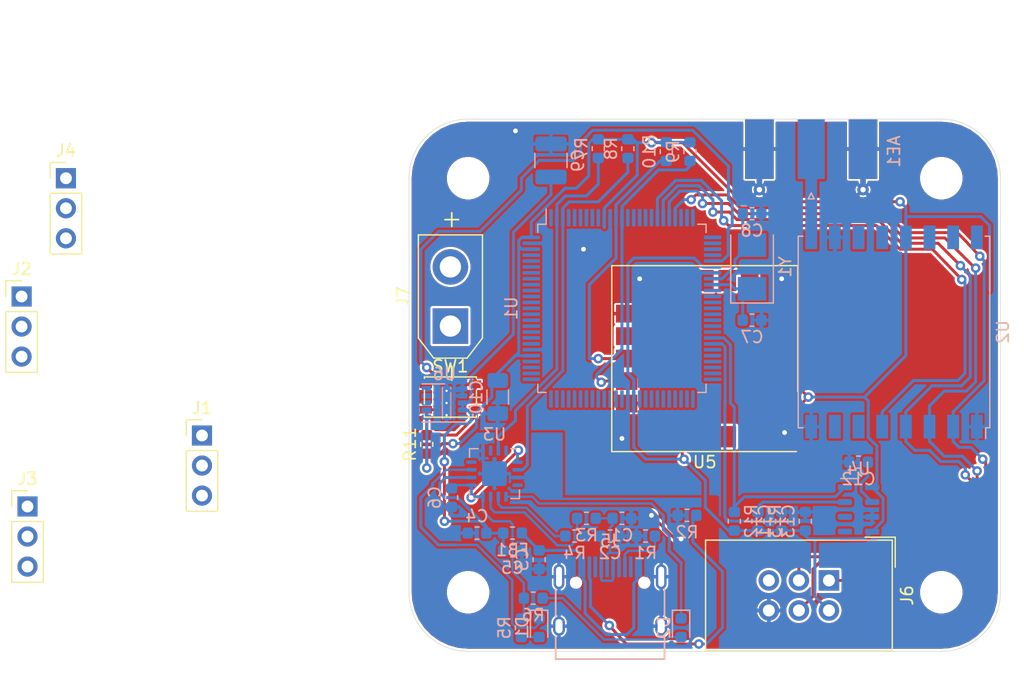
<source format=kicad_pcb>
(kicad_pcb (version 20171130) (host pcbnew 5.1.5+dfsg1-2build2)
  (layers (0 F.Cu signal) (31 B.Cu signal) (34 B.Paste user) (35 F.Paste user) (36 B.SilkS user) (37 F.SilkS user) (38 B.Mask user) (39 F.Mask user) (44 Edge.Cuts user))
  (net 0 "")
  (net 1 GND)
  (net 2 +3V3)
  (net 3 "Net-(AE1-Pad1)")
  (net 4 /MISO)
  (net 5 /MOSI)
  (net 6 /SCK)
  (net 7 /~SS)
  (net 8 /TXD0)
  (net 9 /RXD0)
  (net 10 GNDS)
  (net 11 "Net-(C1-Pad1)")
  (net 12 "Net-(C2-Pad1)")
  (net 13 VBUS)
  (net 14 "Net-(C6-Pad1)")
  (net 15 "Net-(D1-Pad2)")
  (net 16 "Net-(D1-Pad1)")
  (net 17 "Net-(D2-Pad2)")
  (net 18 "Net-(D2-Pad1)")
  (net 19 "Net-(J5-PadA5)")
  (net 20 "Net-(J5-PadB5)")
  (net 21 "Net-(R3-Pad1)")
  (net 22 "Net-(R4-Pad1)")
  (net 23 +5V)
  (net 24 "Net-(J1-Pad3)")
  (net 25 "Net-(J1-Pad2)")
  (net 26 "Net-(J1-Pad1)")
  (net 27 "Net-(J2-Pad3)")
  (net 28 "Net-(J2-Pad2)")
  (net 29 "Net-(J2-Pad1)")
  (net 30 "Net-(J3-Pad3)")
  (net 31 "Net-(J3-Pad2)")
  (net 32 "Net-(J3-Pad1)")
  (net 33 "Net-(J4-Pad3)")
  (net 34 "Net-(J4-Pad2)")
  (net 35 "Net-(J4-Pad1)")
  (net 36 "Net-(J5-PadB8)")
  (net 37 "Net-(J5-PadA8)")
  (net 38 "Net-(U1-Pad97)")
  (net 39 "Net-(U1-Pad96)")
  (net 40 "Net-(U1-Pad95)")
  (net 41 "Net-(U1-Pad94)")
  (net 42 "Net-(U1-Pad93)")
  (net 43 "Net-(U1-Pad92)")
  (net 44 "Net-(U1-Pad91)")
  (net 45 "Net-(U1-Pad90)")
  (net 46 "Net-(U1-Pad89)")
  (net 47 "Net-(U1-Pad88)")
  (net 48 "Net-(U1-Pad87)")
  (net 49 "Net-(U1-Pad86)")
  (net 50 "Net-(U1-Pad85)")
  (net 51 "Net-(U1-Pad84)")
  (net 52 "Net-(U1-Pad83)")
  (net 53 "Net-(U1-Pad82)")
  (net 54 "Net-(U1-Pad79)")
  (net 55 "Net-(U1-Pad78)")
  (net 56 "Net-(U1-Pad77)")
  (net 57 "Net-(U1-Pad76)")
  (net 58 "Net-(U1-Pad75)")
  (net 59 "Net-(U1-Pad74)")
  (net 60 "Net-(U1-Pad73)")
  (net 61 "Net-(U1-Pad72)")
  (net 62 "Net-(U1-Pad71)")
  (net 63 "Net-(U1-Pad70)")
  (net 64 "Net-(U1-Pad69)")
  (net 65 "Net-(U1-Pad68)")
  (net 66 "Net-(U1-Pad67)")
  (net 67 "Net-(U1-Pad66)")
  (net 68 "Net-(U1-Pad65)")
  (net 69 "Net-(U1-Pad64)")
  (net 70 "Net-(U1-Pad63)")
  (net 71 "Net-(U1-Pad60)")
  (net 72 "Net-(U1-Pad59)")
  (net 73 "Net-(U1-Pad58)")
  (net 74 "Net-(U1-Pad57)")
  (net 75 "Net-(U1-Pad56)")
  (net 76 "Net-(U1-Pad55)")
  (net 77 "Net-(U1-Pad54)")
  (net 78 "Net-(U1-Pad53)")
  (net 79 "Net-(U1-Pad52)")
  (net 80 "Net-(U1-Pad51)")
  (net 81 "Net-(U1-Pad50)")
  (net 82 "Net-(U1-Pad49)")
  (net 83 "Net-(U1-Pad48)")
  (net 84 "Net-(U1-Pad47)")
  (net 85 "Net-(U1-Pad46)")
  (net 86 "Net-(U1-Pad45)")
  (net 87 "Net-(U1-Pad42)")
  (net 88 "Net-(U1-Pad41)")
  (net 89 "Net-(U1-Pad40)")
  (net 90 "Net-(U1-Pad39)")
  (net 91 "Net-(U1-Pad38)")
  (net 92 "Net-(U1-Pad37)")
  (net 93 "Net-(U1-Pad36)")
  (net 94 "Net-(U1-Pad35)")
  (net 95 "Net-(U1-Pad29)")
  (net 96 "Net-(U1-Pad28)")
  (net 97 "Net-(U1-Pad27)")
  (net 98 "Net-(U1-Pad26)")
  (net 99 "Net-(U1-Pad25)")
  (net 100 "Net-(U1-Pad24)")
  (net 101 "Net-(U1-Pad23)")
  (net 102 "Net-(U1-Pad18)")
  (net 103 "Net-(U1-Pad17)")
  (net 104 "Net-(U1-Pad16)")
  (net 105 "Net-(U1-Pad15)")
  (net 106 "Net-(U1-Pad14)")
  (net 107 /TXD2)
  (net 108 /RXD2)
  (net 109 "Net-(U1-Pad9)")
  (net 110 "Net-(U1-Pad8)")
  (net 111 "Net-(U1-Pad7)")
  (net 112 "Net-(U1-Pad6)")
  (net 113 "Net-(U1-Pad5)")
  (net 114 "Net-(U1-Pad4)")
  (net 115 "Net-(U1-Pad1)")
  (net 116 "Net-(U2-Pad16)")
  (net 117 "Net-(U2-Pad15)")
  (net 118 "Net-(U2-Pad14)")
  (net 119 "Net-(U2-Pad12)")
  (net 120 "Net-(U2-Pad11)")
  (net 121 "Net-(U2-Pad7)")
  (net 122 "Net-(U2-Pad6)")
  (net 123 "Net-(U3-Pad16)")
  (net 124 "Net-(U3-Pad14)")
  (net 125 "Net-(U3-Pad12)")
  (net 126 "Net-(U3-Pad4)")
  (net 127 "Net-(U4-Pad6)")
  (net 128 "Net-(U4-Pad5)")
  (net 129 "Net-(U5-Pad19)")
  (net 130 "Net-(U5-Pad18)")
  (net 131 "Net-(U5-Pad12)")
  (net 132 "Net-(U5-Pad9)")
  (net 133 "Net-(U5-Pad8)")
  (net 134 "Net-(U5-Pad7)")
  (net 135 "Net-(C7-Pad1)")
  (net 136 "Net-(C8-Pad1)")
  (net 137 /~RESET)
  (net 138 "Net-(U6-Pad10)")
  (net 139 "Net-(U6-Pad9)")
  (net 140 "Net-(U6-Pad8)")
  (net 141 "Net-(U6-Pad5)")
  (net 142 /~RST)
  (net 143 "Net-(C12-Pad2)")
  (net 144 /SCL)
  (net 145 /SDA)
  (net 146 "Net-(J7-Pad2)")
  (net 147 "Net-(J7-Pad1)")
  (module Resistor_SMD:R_0603_1608Metric (layer B.Cu) (at 21.75 2.75 270)
    (fp_text reference R10 (at 0 1.43 90) (layer B.SilkS) (effects (justify mirror)))
    (fp_text value 10k)
    (pad 2 smd roundrect (at 0.7875 0 270) (size 0.875 0.95) (layers B.Cu B.Paste B.Mask) (net 108 /RXD2))
    (pad 1 smd roundrect (at -0.7875 0 270) (size 0.875 0.95) (layers B.Cu B.Paste B.Mask) (net 2 +3V3))
  )
  (module Resistor_SMD:R_0603_1608Metric (layer B.Cu) (at 23.75 2.75 270)
    (fp_text reference R9 (at 0 1.43 90) (layer B.SilkS) (effects (justify mirror)))
    (fp_text value 10k)
    (pad 2 smd roundrect (at 0.7875 0 270) (size 0.875 0.95) (layers B.Cu B.Paste B.Mask) (net 107 /TXD2))
    (pad 1 smd roundrect (at -0.7875 0 270) (size 0.875 0.95) (layers B.Cu B.Paste B.Mask) (net 2 +3V3))
  )
  (module GT-USB-7010:USB_C_Receptacle_GT-USB-7010 (layer B.Cu) (at 17 41 180)
    (fp_text reference J5 (at 0 5.35 180) (layer B.SilkS) (effects (justify mirror)))
    (fp_text value USB_C_Receptacle_USB2.0)
    (pad A12 smd rect (at 3.35 3.15 180) (size 0.3 1.75) (layers B.Cu B.Paste B.Mask) (net 10 GNDS))
    (pad B1 smd rect (at 3.05 3.15 180) (size 0.3 1.75) (layers B.Cu B.Paste B.Mask) (net 10 GNDS))
    (pad B4 smd rect (at 2.25 3.15 180) (size 0.3 1.75) (layers B.Cu B.Paste B.Mask) (net 13 VBUS))
    (pad A9 smd rect (at 2.55 3.15 180) (size 0.3 1.75) (layers B.Cu B.Paste B.Mask) (net 13 VBUS))
    (pad B9 smd rect (at -2.25 3.15 180) (size 0.3 1.75) (layers B.Cu B.Paste B.Mask) (net 13 VBUS))
    (pad A4 smd rect (at -2.55 3.15 180) (size 0.3 1.75) (layers B.Cu B.Paste B.Mask) (net 13 VBUS))
    (pad B12 smd rect (at -3.05 3.15 180) (size 0.3 1.75) (layers B.Cu B.Paste B.Mask) (net 10 GNDS))
    (pad A1 smd rect (at -3.35 3.15 180) (size 0.3 1.75) (layers B.Cu B.Paste B.Mask) (net 10 GNDS))
    (pad A6 smd rect (at -0.25 3.15 180) (size 0.3 1.75) (layers B.Cu B.Paste B.Mask) (net 12 "Net-(C2-Pad1)"))
    (pad A5 smd rect (at -1.25 3.15 180) (size 0.3 1.75) (layers B.Cu B.Paste B.Mask) (net 19 "Net-(J5-PadA5)"))
    (pad B8 smd rect (at -1.75 3.15 180) (size 0.3 1.75) (layers B.Cu B.Paste B.Mask) (net 36 "Net-(J5-PadB8)"))
    (pad B7 smd rect (at -0.75 3.15 180) (size 0.3 1.75) (layers B.Cu B.Paste B.Mask) (net 11 "Net-(C1-Pad1)"))
    (pad B5 smd rect (at 1.75 3.15 180) (size 0.3 1.75) (layers B.Cu B.Paste B.Mask) (net 20 "Net-(J5-PadB5)"))
    (pad A8 smd rect (at 1.25 3.15 180) (size 0.3 1.75) (layers B.Cu B.Paste B.Mask) (net 37 "Net-(J5-PadA8)"))
    (pad B6 smd rect (at 0.75 3.15 180) (size 0.3 1.75) (layers B.Cu B.Paste B.Mask) (net 12 "Net-(C2-Pad1)"))
    (pad A7 smd rect (at 0.25 3.15 180) (size 0.3 1.75) (layers B.Cu B.Paste B.Mask) (net 11 "Net-(C1-Pad1)"))
    (pad "" np_thru_hole circle (at 2.89 1.81 180) (size 0.65 0.65) (drill 0.65) (layers *.Cu *.Mask))
    (pad "" np_thru_hole circle (at -2.89 1.81 180) (size 0.65 0.65) (drill 0.65) (layers *.Cu *.Mask))
    (pad S1 thru_hole oval (at 4.32 2.31 180) (size 0.9 2.1) (drill oval 0.5 1.7) (layers *.Cu *.Mask) (net 10 GNDS))
    (pad S1 thru_hole oval (at -4.32 2.31 180) (size 0.9 2.1) (drill oval 0.5 1.7) (layers *.Cu *.Mask) (net 10 GNDS))
    (pad S1 thru_hole oval (at 4.32 -1.87 180) (size 1 1.6) (drill oval 0.6 1.2) (layers *.Cu *.Mask) (net 10 GNDS))
    (pad S1 thru_hole oval (at -4.32 -1.87 180) (size 1 1.6) (drill oval 0.6 1.2) (layers *.Cu *.Mask) (net 10 GNDS))
  )
  (module Connector_Coaxial:SMA_Molex_73251-1153_EdgeMount_Horizontal (layer B.Cu) (at 34 4.25 270)
    (fp_text reference AE1 (at -1.5 -7 270) (layer B.SilkS) (effects (justify mirror)))
    (fp_text value Antenna_Shield)
    (pad 2 smd rect (at 1.27 -4.38 270) (size 0.95 0.46) (layers F.Cu) (net 1 GND))
    (pad 2 smd rect (at 1.27 4.38 270) (size 0.95 0.46) (layers F.Cu) (net 1 GND))
    (pad 2 smd rect (at 1.27 -4.38 270) (size 0.95 0.46) (layers B.Cu) (net 1 GND))
    (pad 2 smd rect (at 1.27 4.38 270) (size 0.95 0.46) (layers B.Cu) (net 1 GND))
    (pad 2 thru_hole circle (at 1.72 -4.38 270) (size 0.97 0.97) (drill 0.46) (layers *.Cu) (net 1 GND))
    (pad 2 thru_hole circle (at 1.72 4.38 270) (size 0.97 0.97) (drill 0.46) (layers *.Cu) (net 1 GND))
    (pad 2 smd rect (at -1.72 -4.38 270) (size 5.08 2.42) (layers F.Cu F.Paste F.Mask) (net 1 GND))
    (pad 2 smd rect (at -1.72 4.38 270) (size 5.08 2.42) (layers F.Cu F.Paste F.Mask) (net 1 GND))
    (pad 2 smd rect (at -1.72 -4.38 270) (size 5.08 2.42) (layers B.Cu B.Paste B.Mask) (net 1 GND))
    (pad 2 smd rect (at -1.72 4.38 270) (size 5.08 2.42) (layers B.Cu B.Paste B.Mask) (net 1 GND))
    (pad 1 smd rect (at -1.72 0 270) (size 5.08 2.29) (layers B.Cu B.Paste B.Mask) (net 3 "Net-(AE1-Pad1)"))
  )
  (module Connector_AMASS:AMASS_XT30UPB-M_1x02_P5.0mm_Vertical (layer F.Cu) (at 3.5 17.5 90)
    (fp_text reference J7 (at 2.5 -4 90) (layer F.SilkS))
    (fp_text value Conn_01x02)
    (fp_text user + (at 9 0 90) (layer F.SilkS) (effects (font (size 1.5 1.5))))
    (fp_text user - (at -4 0 90) (layer F.SilkS) (effects (font (size 1.5 1.5))))
    (pad 2 thru_hole circle (at 5 0 90) (size 3 3) (drill 1.8) (layers *.Cu *.Mask) (net 146 "Net-(J7-Pad2)"))
    (pad 1 thru_hole rect (at 0 0 90) (size 3 3) (drill 1.8) (layers *.Cu *.Mask) (net 147 "Net-(J7-Pad1)"))
  )
  (module Resistor_SMD:R_0603_1608Metric (layer B.Cu) (at 29.5 34 90)
    (fp_text reference R13 (at 0 1.43 90) (layer B.SilkS) (effects (justify mirror)))
    (fp_text value 10k)
    (pad 2 smd roundrect (at 0.7875 0 90) (size 0.875 0.95) (layers B.Cu B.Paste B.Mask) (net 145 /SDA))
    (pad 1 smd roundrect (at -0.7875 0 90) (size 0.875 0.95) (layers B.Cu B.Paste B.Mask) (net 2 +3V3))
  )
  (module Resistor_SMD:R_0603_1608Metric (layer B.Cu) (at 27.5 34 90)
    (fp_text reference R12 (at 0 1.43 90) (layer B.SilkS) (effects (justify mirror)))
    (fp_text value 10k)
    (pad 2 smd roundrect (at 0.7875 0 90) (size 0.875 0.95) (layers B.Cu B.Paste B.Mask) (net 144 /SCL))
    (pad 1 smd roundrect (at -0.7875 0 90) (size 0.875 0.95) (layers B.Cu B.Paste B.Mask) (net 2 +3V3))
  )
  (module Capacitor_SMD:C_0603_1608Metric (layer B.Cu) (at 33.5 34 270)
    (fp_text reference C13 (at 0 1.43 90) (layer B.SilkS) (effects (justify mirror)))
    (fp_text value 100nF)
    (pad 2 smd roundrect (at 0.7875 0 270) (size 0.875 0.95) (layers B.Cu B.Paste B.Mask) (net 2 +3V3))
    (pad 1 smd roundrect (at -0.7875 0 270) (size 0.875 0.95) (layers B.Cu B.Paste B.Mask) (net 1 GND))
  )
  (module Capacitor_SMD:C_0603_1608Metric (layer B.Cu) (at 38 29)
    (fp_text reference C12 (at 0 1.43) (layer B.SilkS) (effects (justify mirror)))
    (fp_text value 100nF)
    (pad 2 smd roundrect (at 0.7875 0) (size 0.875 0.95) (layers B.Cu B.Paste B.Mask) (net 143 "Net-(C12-Pad2)"))
    (pad 1 smd roundrect (at -0.7875 0) (size 0.875 0.95) (layers B.Cu B.Paste B.Mask) (net 1 GND))
  )
  (module Capacitor_SMD:C_0603_1608Metric (layer B.Cu) (at 31.5 34 270)
    (fp_text reference C11 (at 0 1.43 90) (layer B.SilkS) (effects (justify mirror)))
    (fp_text value 10µF)
    (pad 2 smd roundrect (at 0.7875 0 270) (size 0.875 0.95) (layers B.Cu B.Paste B.Mask) (net 2 +3V3))
    (pad 1 smd roundrect (at -0.7875 0 270) (size 0.875 0.95) (layers B.Cu B.Paste B.Mask) (net 1 GND))
  )
  (module Package_LGA:NXP_LGA-8_3x5mm_P1.25mm_H1.1mm (layer B.Cu) (at 38 33 180)
    (fp_text reference U4 (at 0 3.45) (layer B.SilkS) (effects (justify mirror)))
    (fp_text value MPL3115A2)
    (pad 8 smd roundrect (at 1.15 1.875 180) (size 1.2 0.5) (layers B.Cu B.Paste B.Mask) (net 144 /SCL))
    (pad 7 smd roundrect (at 1.15 0.625 180) (size 1.2 0.5) (layers B.Cu B.Paste B.Mask) (net 145 /SDA))
    (pad 6 smd roundrect (at 1.15 -0.625 180) (size 1.2 0.5) (layers B.Cu B.Paste B.Mask) (net 127 "Net-(U4-Pad6)"))
    (pad 5 smd roundrect (at 1.15 -1.875 180) (size 1.2 0.5) (layers B.Cu B.Paste B.Mask) (net 128 "Net-(U4-Pad5)"))
    (pad 4 smd roundrect (at -1.15 -1.875 180) (size 1.2 0.5) (layers B.Cu B.Paste B.Mask) (net 2 +3V3))
    (pad 3 smd roundrect (at -1.15 -0.625 180) (size 1.2 0.5) (layers B.Cu B.Paste B.Mask) (net 1 GND))
    (pad 2 smd roundrect (at -1.15 0.625 180) (size 1.2 0.5) (layers B.Cu B.Paste B.Mask) (net 143 "Net-(C12-Pad2)"))
    (pad 1 smd roundrect (at -1.15 1.875 180) (size 1.2 0.5) (layers B.Cu B.Paste B.Mask) (net 2 +3V3))
  )
  (module Connector_IDC:IDC-Header_2x03_P2.54mm_Vertical (layer F.Cu) (at 35.5 39 270)
    (fp_text reference J6 (at 1.27 -6.604 90) (layer F.SilkS))
    (fp_text value AVR-ISP-6)
    (pad 6 thru_hole oval (at 2.54 5.08 270) (size 1.7272 1.7272) (drill 1.016) (layers *.Cu *.Mask) (net 1 GND))
    (pad 5 thru_hole oval (at 0 5.08 270) (size 1.7272 1.7272) (drill 1.016) (layers *.Cu *.Mask) (net 142 /~RST))
    (pad 4 thru_hole oval (at 2.54 2.54 270) (size 1.7272 1.7272) (drill 1.016) (layers *.Cu *.Mask) (net 5 /MOSI))
    (pad 3 thru_hole oval (at 0 2.54 270) (size 1.7272 1.7272) (drill 1.016) (layers *.Cu *.Mask) (net 6 /SCK))
    (pad 2 thru_hole oval (at 2.54 0 270) (size 1.7272 1.7272) (drill 1.016) (layers *.Cu *.Mask) (net 2 +3V3))
    (pad 1 thru_hole rect (at 0 0 270) (size 1.7272 1.7272) (drill 1.016) (layers *.Cu *.Mask) (net 4 /MISO))
  )
  (module Crystal:Crystal_SMD_5032-2Pin_5.0x3.2mm (layer B.Cu) (at 29 12.5 90)
    (fp_text reference Y1 (at 0 2.8 90) (layer B.SilkS) (effects (justify mirror)))
    (fp_text value 16MHz)
    (pad 2 smd rect (at 1.85 0 90) (size 2 2.4) (layers B.Cu B.Paste B.Mask) (net 136 "Net-(C8-Pad1)"))
    (pad 1 smd rect (at -1.85 0 90) (size 2 2.4) (layers B.Cu B.Paste B.Mask) (net 135 "Net-(C7-Pad1)"))
  )
  (module Package_LGA:Texas_SIL0010A_MicroSiP-10-1EP_3.8x3mm_P0.6mm_EP0.7x2.9mm_ThermalVias (layer B.Cu) (at 3 24 180)
    (fp_text reference U6 (at 0 2.45) (layer B.SilkS) (effects (justify mirror)))
    (fp_text value LMZM23600V3)
    (pad 11 smd rect (at -0.175 0 180) (size 0.5 2.56) (layers F.Cu) (net 1 GND))
    (pad 11 thru_hole circle (at -0.175 -1.03 180) (size 0.5 0.5) (drill 0.2) (layers *.Cu) (net 1 GND))
    (pad 11 thru_hole circle (at -0.175 0 180) (size 0.5 0.5) (drill 0.2) (layers *.Cu) (net 1 GND))
    (pad 11 thru_hole circle (at -0.175 1.03 180) (size 0.5 0.5) (drill 0.2) (layers *.Cu) (net 1 GND))
    (pad 11 smd rect (at -0.175 0 180) (size 0.7 2.9) (layers B.Cu B.Mask) (net 1 GND))
    (pad 10 smd roundrect (at 1.525 1.2 180) (size 0.8 0.45) (layers B.Cu B.Paste B.Mask) (net 138 "Net-(U6-Pad10)"))
    (pad 9 smd roundrect (at 1.525 0.6 180) (size 0.8 0.45) (layers B.Cu B.Paste B.Mask) (net 139 "Net-(U6-Pad9)"))
    (pad 8 smd roundrect (at 1.525 0 180) (size 0.8 0.45) (layers B.Cu B.Paste B.Mask) (net 140 "Net-(U6-Pad8)"))
    (pad 7 smd roundrect (at 1.525 -0.6 180) (size 0.8 0.45) (layers B.Cu B.Paste B.Mask) (net 2 +3V3))
    (pad 6 smd roundrect (at 1.525 -1.2 180) (size 0.8 0.45) (layers B.Cu B.Paste B.Mask) (net 2 +3V3))
    (pad 5 smd roundrect (at -1.525 -1.2 180) (size 0.8 0.45) (layers B.Cu B.Paste B.Mask) (net 141 "Net-(U6-Pad5)"))
    (pad 4 smd roundrect (at -1.525 -0.6 180) (size 0.8 0.45) (layers B.Cu B.Paste B.Mask) (net 23 +5V))
    (pad 3 smd roundrect (at -1.525 0 180) (size 0.8 0.45) (layers B.Cu B.Paste B.Mask) (net 23 +5V))
    (pad 2 smd roundrect (at -1.525 0.6 180) (size 0.8 0.45) (layers B.Cu B.Paste B.Mask) (net 1 GND))
    (pad 1 smd roundrect (at -1.525 1.2 180) (size 0.8 0.45) (layers B.Cu B.Paste B.Mask) (net 1 GND))
  )
  (module Button_Switch_SMD:SW_SPST_PTS810 (layer F.Cu) (at 3.5 23.5)
    (fp_text reference SW1 (at 0 -2.6) (layer F.SilkS))
    (fp_text value SW_Push)
    (pad 2 smd rect (at 2.075 1.075) (size 1.05 0.65) (layers F.Cu F.Paste F.Mask) (net 137 /~RESET))
    (pad 2 smd rect (at -2.075 1.075) (size 1.05 0.65) (layers F.Cu F.Paste F.Mask) (net 137 /~RESET))
    (pad 1 smd rect (at 2.075 -1.075) (size 1.05 0.65) (layers F.Cu F.Paste F.Mask) (net 1 GND))
    (pad 1 smd rect (at -2.075 -1.075) (size 1.05 0.65) (layers F.Cu F.Paste F.Mask) (net 1 GND))
  )
  (module Resistor_SMD:R_0603_1608Metric (layer F.Cu) (at 1.5 27.5 90)
    (fp_text reference R11 (at 0 -1.43 90) (layer F.SilkS))
    (fp_text value 10k)
    (pad 2 smd roundrect (at 0.7875 0 90) (size 0.875 0.95) (layers F.Cu F.Paste F.Mask) (net 137 /~RESET))
    (pad 1 smd roundrect (at -0.7875 0 90) (size 0.875 0.95) (layers F.Cu F.Paste F.Mask) (net 2 +3V3))
  )
  (module Capacitor_SMD:C_1206_3216Metric (layer B.Cu) (at 7.5 23.5 270)
    (fp_text reference C10 (at 0 1.82 270) (layer B.SilkS) (effects (justify mirror)))
    (fp_text value 22µF)
    (pad 2 smd roundrect (at 1.4 0 270) (size 1.25 1.75) (layers B.Cu B.Paste B.Mask) (roundrect_rratio 0.2) (net 1 GND))
    (pad 1 smd roundrect (at -1.4 0 270) (size 1.25 1.75) (layers B.Cu B.Paste B.Mask) (roundrect_rratio 0.2) (net 2 +3V3))
  )
  (module Capacitor_SMD:C_1210_3225Metric (layer B.Cu) (at 12 3.5 90)
    (fp_text reference C9 (at 0 2.28 90) (layer B.SilkS) (effects (justify mirror)))
    (fp_text value 10µF)
    (pad 2 smd roundrect (at 1.4 0 90) (size 1.25 2.65) (layers B.Cu B.Paste B.Mask) (roundrect_rratio 0.2) (net 1 GND))
    (pad 1 smd roundrect (at -1.4 0 90) (size 1.25 2.65) (layers B.Cu B.Paste B.Mask) (roundrect_rratio 0.2) (net 23 +5V))
  )
  (module Capacitor_SMD:C_0603_1608Metric (layer B.Cu) (at 29 8)
    (fp_text reference C8 (at 0 1.43) (layer B.SilkS) (effects (justify mirror)))
    (fp_text value 8pF)
    (pad 2 smd roundrect (at 0.7875 0) (size 0.875 0.95) (layers B.Cu B.Paste B.Mask) (net 1 GND))
    (pad 1 smd roundrect (at -0.7875 0) (size 0.875 0.95) (layers B.Cu B.Paste B.Mask) (net 136 "Net-(C8-Pad1)"))
  )
  (module Capacitor_SMD:C_0603_1608Metric (layer B.Cu) (at 29 17)
    (fp_text reference C7 (at 0 1.43) (layer B.SilkS) (effects (justify mirror)))
    (fp_text value 8pF)
    (pad 2 smd roundrect (at 0.7875 0) (size 0.875 0.95) (layers B.Cu B.Paste B.Mask) (net 1 GND))
    (pad 1 smd roundrect (at -0.7875 0) (size 0.875 0.95) (layers B.Cu B.Paste B.Mask) (net 135 "Net-(C7-Pad1)"))
  )
  (module RF_GPS:ublox_SAM-M8Q (layer F.Cu) (at 25 20.25 180)
    (fp_text reference U5 (at 0 -8.75) (layer F.SilkS))
    (fp_text value ublox_SAM-M8Q)
    (pad 20 smd rect (at -3.8 -6.6 180) (size 1.5 1.8) (layers F.Cu F.Mask) (net 1 GND))
    (pad 19 smd rect (at -1.9 -6.6 180) (size 1.5 1.8) (layers F.Cu F.Mask) (net 129 "Net-(U5-Pad19)"))
    (pad 18 smd rect (at 0 -6.6 180) (size 1.5 1.8) (layers F.Cu F.Mask) (net 130 "Net-(U5-Pad18)"))
    (pad 17 smd rect (at 1.9 -6.6 180) (size 1.5 1.8) (layers F.Cu F.Mask) (net 2 +3V3))
    (pad 16 smd rect (at 3.8 -6.6 180) (size 1.5 1.8) (layers F.Cu F.Mask) (net 1 GND))
    (pad 15 smd rect (at 6.6 -3.8 180) (size 1.8 1.5) (layers F.Cu F.Mask) (net 1 GND))
    (pad 14 smd rect (at 6.6 -1.9 180) (size 1.8 1.5) (layers F.Cu F.Mask) (net 107 /TXD2))
    (pad 13 smd rect (at 6.6 0 180) (size 1.8 1.5) (layers F.Cu F.Mask) (net 108 /RXD2))
    (pad 12 smd rect (at 6.6 1.9 180) (size 1.8 1.5) (layers F.Cu F.Mask) (net 131 "Net-(U5-Pad12)"))
    (pad 11 smd rect (at 6.6 3.8 180) (size 1.8 1.5) (layers F.Cu F.Mask) (net 1 GND))
    (pad 10 smd rect (at 3.8 6.6 180) (size 1.5 1.8) (layers F.Cu F.Mask) (net 1 GND))
    (pad 9 smd rect (at 1.9 6.6 180) (size 1.5 1.8) (layers F.Cu F.Mask) (net 132 "Net-(U5-Pad9)"))
    (pad 8 smd rect (at 0 6.6 180) (size 1.5 1.8) (layers F.Cu F.Mask) (net 133 "Net-(U5-Pad8)"))
    (pad 7 smd rect (at -1.9 6.6 180) (size 1.5 1.8) (layers F.Cu F.Mask) (net 134 "Net-(U5-Pad7)"))
    (pad 6 smd rect (at -3.8 6.6 180) (size 1.5 1.8) (layers F.Cu F.Mask) (net 1 GND))
    (pad 5 smd rect (at -6.6 3.8 180) (size 1.8 1.5) (layers F.Cu F.Mask) (net 1 GND))
    (pad 4 smd rect (at -6.6 1.9 180) (size 1.8 1.5) (layers F.Cu F.Mask) (net 1 GND))
    (pad 3 smd rect (at -6.6 0 180) (size 1.8 1.5) (layers F.Cu F.Mask) (net 2 +3V3))
    (pad 2 smd rect (at -6.6 -1.9 180) (size 1.8 1.5) (layers F.Cu F.Mask) (net 2 +3V3))
    (pad 1 smd rect (at -6.6 -3.8 180) (size 1.8 1.5) (layers F.Cu F.Mask) (net 1 GND))
  )
  (module Resistor_SMD:R_0603_1608Metric (layer B.Cu) (at 18.5 2.5 270)
    (fp_text reference R8 (at 0 1.43 90) (layer B.SilkS) (effects (justify mirror)))
    (fp_text value 10k)
    (pad 2 smd roundrect (at 0.7875 0 270) (size 0.875 0.95) (layers B.Cu B.Paste B.Mask) (net 8 /TXD0))
    (pad 1 smd roundrect (at -0.7875 0 270) (size 0.875 0.95) (layers B.Cu B.Paste B.Mask) (net 2 +3V3))
  )
  (module Resistor_SMD:R_0603_1608Metric (layer B.Cu) (at 16 2.5 270)
    (fp_text reference R7 (at 0 1.43 270) (layer B.SilkS) (effects (justify mirror)))
    (fp_text value 10k)
    (pad 2 smd roundrect (at 0.7875 0 270) (size 0.875 0.95) (layers B.Cu B.Paste B.Mask) (net 9 /RXD0))
    (pad 1 smd roundrect (at -0.7875 0 270) (size 0.875 0.95) (layers B.Cu B.Paste B.Mask) (net 2 +3V3))
  )
  (module Capacitor_SMD:C_0603_1608Metric (layer B.Cu) (at 8.75 35)
    (fp_text reference FB1 (at 0 1.43) (layer B.SilkS) (effects (justify mirror)))
    (fp_text value "600 Ohms @ 100MHz")
    (pad 2 smd roundrect (at 0.7875 0) (size 0.875 0.95) (layers B.Cu B.Paste B.Mask) (net 13 VBUS))
    (pad 1 smd roundrect (at -0.7875 0) (size 0.875 0.95) (layers B.Cu B.Paste B.Mask) (net 23 +5V))
  )
  (module Capacitor_SMD:C_0603_1608Metric (layer B.Cu) (at 11 37.25 270)
    (fp_text reference C3 (at 0 1.43 270) (layer B.SilkS) (effects (justify mirror)))
    (fp_text value 10nF)
    (pad 2 smd roundrect (at 0.7875 0 270) (size 0.875 0.95) (layers B.Cu B.Paste B.Mask) (net 10 GNDS))
    (pad 1 smd roundrect (at -0.7875 0 270) (size 0.875 0.95) (layers B.Cu B.Paste B.Mask) (net 13 VBUS))
  )
  (module Capacitor_SMD:C_0603_1608Metric (layer B.Cu) (at 5.75 35 180)
    (fp_text reference C4 (at 0 1.43 180) (layer B.SilkS) (effects (justify mirror)))
    (fp_text value 100nF)
    (pad 2 smd roundrect (at 0.7875 0 180) (size 0.875 0.95) (layers B.Cu B.Paste B.Mask) (net 10 GNDS))
    (pad 1 smd roundrect (at -0.7875 0 180) (size 0.875 0.95) (layers B.Cu B.Paste B.Mask) (net 23 +5V))
  )
  (module Capacitor_SMD:C_0603_1608Metric (layer B.Cu) (at 8.75 36.5)
    (fp_text reference C5 (at 0 1.43) (layer B.SilkS) (effects (justify mirror)))
    (fp_text value 4.7µF)
    (pad 2 smd roundrect (at 0.7875 0) (size 0.875 0.95) (layers B.Cu B.Paste B.Mask) (net 10 GNDS))
    (pad 1 smd roundrect (at -0.7875 0) (size 0.875 0.95) (layers B.Cu B.Paste B.Mask) (net 23 +5V))
  )
  (module Capacitor_SMD:C_0603_1608Metric (layer B.Cu) (at 3.6 32 270)
    (fp_text reference C6 (at 0 1.43 270) (layer B.SilkS) (effects (justify mirror)))
    (fp_text value 100nF)
    (pad 2 smd roundrect (at 0.7875 0 270) (size 0.875 0.95) (layers B.Cu B.Paste B.Mask) (net 10 GNDS))
    (pad 1 smd roundrect (at -0.7875 0 270) (size 0.875 0.95) (layers B.Cu B.Paste B.Mask) (net 14 "Net-(C6-Pad1)"))
  )
  (module Package_DFN_QFN:QFN-16-1EP_4x4mm_P0.65mm_EP2.1x2.1mm (layer B.Cu) (at 7.225 29.975 180)
    (fp_text reference U3 (at 0 3.32 180) (layer B.SilkS) (effects (justify mirror)))
    (fp_text value FT230XQ)
    (pad 16 smd roundrect (at -0.975 1.95 180) (size 0.3 0.85) (layers B.Cu B.Paste B.Mask) (net 123 "Net-(U3-Pad16)"))
    (pad 15 smd roundrect (at -0.325 1.95 180) (size 0.3 0.85) (layers B.Cu B.Paste B.Mask) (net 9 /RXD0))
    (pad 14 smd roundrect (at 0.325 1.95 180) (size 0.3 0.85) (layers B.Cu B.Paste B.Mask) (net 124 "Net-(U3-Pad14)"))
    (pad 13 smd roundrect (at 0.975 1.95 180) (size 0.3 0.85) (layers B.Cu B.Paste B.Mask) (net 10 GNDS))
    (pad 12 smd roundrect (at 1.95 0.975 180) (size 0.85 0.3) (layers B.Cu B.Paste B.Mask) (net 125 "Net-(U3-Pad12)"))
    (pad 11 smd roundrect (at 1.95 0.325 180) (size 0.85 0.3) (layers B.Cu B.Paste B.Mask) (net 16 "Net-(D1-Pad1)"))
    (pad 10 smd roundrect (at 1.95 -0.325 180) (size 0.85 0.3) (layers B.Cu B.Paste B.Mask) (net 23 +5V))
    (pad 9 smd roundrect (at 1.95 -0.975 180) (size 0.85 0.3) (layers B.Cu B.Paste B.Mask) (net 14 "Net-(C6-Pad1)"))
    (pad 8 smd roundrect (at 0.975 -1.95 180) (size 0.3 0.85) (layers B.Cu B.Paste B.Mask) (net 14 "Net-(C6-Pad1)"))
    (pad 7 smd roundrect (at 0.325 -1.95 180) (size 0.3 0.85) (layers B.Cu B.Paste B.Mask) (net 21 "Net-(R3-Pad1)"))
    (pad 6 smd roundrect (at -0.325 -1.95 180) (size 0.3 0.85) (layers B.Cu B.Paste B.Mask) (net 22 "Net-(R4-Pad1)"))
    (pad 5 smd roundrect (at -0.975 -1.95 180) (size 0.3 0.85) (layers B.Cu B.Paste B.Mask) (net 18 "Net-(D2-Pad1)"))
    (pad 4 smd roundrect (at -1.95 -0.975 180) (size 0.85 0.3) (layers B.Cu B.Paste B.Mask) (net 126 "Net-(U3-Pad4)"))
    (pad 3 smd roundrect (at -1.95 -0.325 180) (size 0.85 0.3) (layers B.Cu B.Paste B.Mask) (net 10 GNDS))
    (pad 2 smd roundrect (at -1.95 0.325 180) (size 0.85 0.3) (layers B.Cu B.Paste B.Mask) (net 8 /TXD0))
    (pad 1 smd roundrect (at -1.95 0.975 180) (size 0.85 0.3) (layers B.Cu B.Paste B.Mask) (net 14 "Net-(C6-Pad1)"))
    (pad 17 smd roundrect (at 0 0 180) (size 2.1 2.1) (layers B.Cu B.Mask) (roundrect_rratio 0.119048) (net 10 GNDS))
  )
  (module Resistor_SMD:R_0603_1608Metric (layer B.Cu) (at 10.5 40.5)
    (fp_text reference R6 (at 0 1.43) (layer B.SilkS) (effects (justify mirror)))
    (fp_text value 270)
    (pad 2 smd roundrect (at 0.7875 0) (size 0.875 0.95) (layers B.Cu B.Paste B.Mask) (net 17 "Net-(D2-Pad2)"))
    (pad 1 smd roundrect (at -0.7875 0) (size 0.875 0.95) (layers B.Cu B.Paste B.Mask) (net 14 "Net-(C6-Pad1)"))
  )
  (module Resistor_SMD:R_0603_1608Metric (layer B.Cu) (at 9.5 43 270)
    (fp_text reference R5 (at 0 1.43 90) (layer B.SilkS) (effects (justify mirror)))
    (fp_text value 270)
    (pad 2 smd roundrect (at 0.7875 0 270) (size 0.875 0.95) (layers B.Cu B.Paste B.Mask) (net 15 "Net-(D1-Pad2)"))
    (pad 1 smd roundrect (at -0.7875 0 270) (size 0.875 0.95) (layers B.Cu B.Paste B.Mask) (net 14 "Net-(C6-Pad1)"))
  )
  (module Resistor_SMD:R_0603_1608Metric (layer B.Cu) (at 14 35.25)
    (fp_text reference R4 (at 0 1.43) (layer B.SilkS) (effects (justify mirror)))
    (fp_text value 27)
    (pad 2 smd roundrect (at 0.7875 0) (size 0.875 0.95) (layers B.Cu B.Paste B.Mask) (net 12 "Net-(C2-Pad1)"))
    (pad 1 smd roundrect (at -0.7875 0) (size 0.875 0.95) (layers B.Cu B.Paste B.Mask) (net 22 "Net-(R4-Pad1)"))
  )
  (module Resistor_SMD:R_0603_1608Metric (layer B.Cu) (at 15 33.75)
    (fp_text reference R3 (at 0 1.43) (layer B.SilkS) (effects (justify mirror)))
    (fp_text value 27)
    (pad 2 smd roundrect (at 0.7875 0) (size 0.875 0.95) (layers B.Cu B.Paste B.Mask) (net 11 "Net-(C1-Pad1)"))
    (pad 1 smd roundrect (at -0.7875 0) (size 0.875 0.95) (layers B.Cu B.Paste B.Mask) (net 21 "Net-(R3-Pad1)"))
  )
  (module Resistor_SMD:R_0603_1608Metric (layer B.Cu) (at 23.5 33.5)
    (fp_text reference R2 (at 0 1.43) (layer B.SilkS) (effects (justify mirror)))
    (fp_text value 5.1k)
    (pad 2 smd roundrect (at 0.7875 0) (size 0.875 0.95) (layers B.Cu B.Paste B.Mask) (net 20 "Net-(J5-PadB5)"))
    (pad 1 smd roundrect (at -0.7875 0) (size 0.875 0.95) (layers B.Cu B.Paste B.Mask) (net 10 GNDS))
  )
  (module Resistor_SMD:R_0603_1608Metric (layer B.Cu) (at 20 35.25)
    (fp_text reference R1 (at 0 1.43) (layer B.SilkS) (effects (justify mirror)))
    (fp_text value 5.1k)
    (pad 2 smd roundrect (at 0.7875 0) (size 0.875 0.95) (layers B.Cu B.Paste B.Mask) (net 19 "Net-(J5-PadA5)"))
    (pad 1 smd roundrect (at -0.7875 0) (size 0.875 0.95) (layers B.Cu B.Paste B.Mask) (net 10 GNDS))
  )
  (module LED_SMD:LED_0603_1608Metric (layer B.Cu) (at 23 43 270)
    (fp_text reference D2 (at 0 1.43 90) (layer B.SilkS) (effects (justify mirror)))
    (fp_text value LED_Small)
    (pad 2 smd roundrect (at 0.7875 0 270) (size 0.875 0.95) (layers B.Cu B.Paste B.Mask) (net 17 "Net-(D2-Pad2)"))
    (pad 1 smd roundrect (at -0.7875 0 270) (size 0.875 0.95) (layers B.Cu B.Paste B.Mask) (net 18 "Net-(D2-Pad1)"))
  )
  (module LED_SMD:LED_0603_1608Metric (layer B.Cu) (at 11 43 270)
    (fp_text reference D1 (at 0 1.43 90) (layer B.SilkS) (effects (justify mirror)))
    (fp_text value LED_Small)
    (pad 2 smd roundrect (at 0.7875 0 270) (size 0.875 0.95) (layers B.Cu B.Paste B.Mask) (net 15 "Net-(D1-Pad2)"))
    (pad 1 smd roundrect (at -0.7875 0 270) (size 0.875 0.95) (layers B.Cu B.Paste B.Mask) (net 16 "Net-(D1-Pad1)"))
  )
  (module Capacitor_SMD:C_0603_1608Metric (layer B.Cu) (at 17 35.25)
    (fp_text reference C2 (at 0 1.43) (layer B.SilkS) (effects (justify mirror)))
    (fp_text value 47p)
    (pad 2 smd roundrect (at 0.7875 0) (size 0.875 0.95) (layers B.Cu B.Paste B.Mask) (net 10 GNDS))
    (pad 1 smd roundrect (at -0.7875 0) (size 0.875 0.95) (layers B.Cu B.Paste B.Mask) (net 12 "Net-(C2-Pad1)"))
  )
  (module Capacitor_SMD:C_0603_1608Metric (layer B.Cu) (at 18 33.75)
    (fp_text reference C1 (at 0 1.43) (layer B.SilkS) (effects (justify mirror)))
    (fp_text value 47p)
    (pad 2 smd roundrect (at 0.7875 0) (size 0.875 0.95) (layers B.Cu B.Paste B.Mask) (net 10 GNDS))
    (pad 1 smd roundrect (at -0.7875 0) (size 0.875 0.95) (layers B.Cu B.Paste B.Mask) (net 11 "Net-(C1-Pad1)"))
  )
  (module RF_Module:HOPERF_RFM9XW_SMD (layer B.Cu) (at 41 18 90)
    (fp_text reference U2 (at 0 9.2 90) (layer B.SilkS) (effects (justify mirror)))
    (fp_text value RFM96W-433S2)
    (pad 16 smd rect (at 8 7 90) (size 2 1) (layers B.Cu B.Paste B.Mask) (net 116 "Net-(U2-Pad16)"))
    (pad 15 smd rect (at 8 5 90) (size 2 1) (layers B.Cu B.Paste B.Mask) (net 117 "Net-(U2-Pad15)"))
    (pad 14 smd rect (at 8 3 90) (size 2 1) (layers B.Cu B.Paste B.Mask) (net 118 "Net-(U2-Pad14)"))
    (pad 13 smd rect (at 8 1 90) (size 2 1) (layers B.Cu B.Paste B.Mask) (net 2 +3V3))
    (pad 12 smd rect (at 8 -1 90) (size 2 1) (layers B.Cu B.Paste B.Mask) (net 119 "Net-(U2-Pad12)"))
    (pad 11 smd rect (at 8 -3 90) (size 2 1) (layers B.Cu B.Paste B.Mask) (net 120 "Net-(U2-Pad11)"))
    (pad 10 smd rect (at 8 -5 90) (size 2 1) (layers B.Cu B.Paste B.Mask) (net 1 GND))
    (pad 9 smd rect (at 8 -7 90) (size 2 1) (layers B.Cu B.Paste B.Mask) (net 3 "Net-(AE1-Pad1)"))
    (pad 8 smd rect (at -8 -7 90) (size 2 1) (layers B.Cu B.Paste B.Mask) (net 1 GND))
    (pad 7 smd rect (at -8 -5 90) (size 2 1) (layers B.Cu B.Paste B.Mask) (net 121 "Net-(U2-Pad7)"))
    (pad 6 smd rect (at -8 -3 90) (size 2 1) (layers B.Cu B.Paste B.Mask) (net 122 "Net-(U2-Pad6)"))
    (pad 5 smd rect (at -8 -1 90) (size 2 1) (layers B.Cu B.Paste B.Mask) (net 7 /~SS))
    (pad 4 smd rect (at -8 1 90) (size 2 1) (layers B.Cu B.Paste B.Mask) (net 6 /SCK))
    (pad 3 smd rect (at -8 3 90) (size 2 1) (layers B.Cu B.Paste B.Mask) (net 5 /MOSI))
    (pad 2 smd rect (at -8 5 90) (size 2 1) (layers B.Cu B.Paste B.Mask) (net 4 /MISO))
    (pad 1 smd rect (at -8 7 90) (size 2 1) (layers B.Cu B.Paste B.Mask) (net 1 GND))
  )
  (module Package_QFP:TQFP-100_14x14mm_P0.5mm (layer B.Cu) (at 18 16 270)
    (fp_text reference U1 (at 0 9.35 270) (layer B.SilkS) (effects (justify mirror)))
    (fp_text value ATmega2560-16AU)
    (pad 100 smd roundrect (at -6 7.6625 270) (size 0.3 1.475) (layers B.Cu B.Paste B.Mask) (net 2 +3V3))
    (pad 99 smd roundrect (at -5.5 7.6625 270) (size 0.3 1.475) (layers B.Cu B.Paste B.Mask) (net 1 GND))
    (pad 98 smd roundrect (at -5 7.6625 270) (size 0.3 1.475) (layers B.Cu B.Paste B.Mask) (net 2 +3V3))
    (pad 97 smd roundrect (at -4.5 7.6625 270) (size 0.3 1.475) (layers B.Cu B.Paste B.Mask) (net 38 "Net-(U1-Pad97)"))
    (pad 96 smd roundrect (at -4 7.6625 270) (size 0.3 1.475) (layers B.Cu B.Paste B.Mask) (net 39 "Net-(U1-Pad96)"))
    (pad 95 smd roundrect (at -3.5 7.6625 270) (size 0.3 1.475) (layers B.Cu B.Paste B.Mask) (net 40 "Net-(U1-Pad95)"))
    (pad 94 smd roundrect (at -3 7.6625 270) (size 0.3 1.475) (layers B.Cu B.Paste B.Mask) (net 41 "Net-(U1-Pad94)"))
    (pad 93 smd roundrect (at -2.5 7.6625 270) (size 0.3 1.475) (layers B.Cu B.Paste B.Mask) (net 42 "Net-(U1-Pad93)"))
    (pad 92 smd roundrect (at -2 7.6625 270) (size 0.3 1.475) (layers B.Cu B.Paste B.Mask) (net 43 "Net-(U1-Pad92)"))
    (pad 91 smd roundrect (at -1.5 7.6625 270) (size 0.3 1.475) (layers B.Cu B.Paste B.Mask) (net 44 "Net-(U1-Pad91)"))
    (pad 90 smd roundrect (at -1 7.6625 270) (size 0.3 1.475) (layers B.Cu B.Paste B.Mask) (net 45 "Net-(U1-Pad90)"))
    (pad 89 smd roundrect (at -0.5 7.6625 270) (size 0.3 1.475) (layers B.Cu B.Paste B.Mask) (net 46 "Net-(U1-Pad89)"))
    (pad 88 smd roundrect (at 0 7.6625 270) (size 0.3 1.475) (layers B.Cu B.Paste B.Mask) (net 47 "Net-(U1-Pad88)"))
    (pad 87 smd roundrect (at 0.5 7.6625 270) (size 0.3 1.475) (layers B.Cu B.Paste B.Mask) (net 48 "Net-(U1-Pad87)"))
    (pad 86 smd roundrect (at 1 7.6625 270) (size 0.3 1.475) (layers B.Cu B.Paste B.Mask) (net 49 "Net-(U1-Pad86)"))
    (pad 85 smd roundrect (at 1.5 7.6625 270) (size 0.3 1.475) (layers B.Cu B.Paste B.Mask) (net 50 "Net-(U1-Pad85)"))
    (pad 84 smd roundrect (at 2 7.6625 270) (size 0.3 1.475) (layers B.Cu B.Paste B.Mask) (net 51 "Net-(U1-Pad84)"))
    (pad 83 smd roundrect (at 2.5 7.6625 270) (size 0.3 1.475) (layers B.Cu B.Paste B.Mask) (net 52 "Net-(U1-Pad83)"))
    (pad 82 smd roundrect (at 3 7.6625 270) (size 0.3 1.475) (layers B.Cu B.Paste B.Mask) (net 53 "Net-(U1-Pad82)"))
    (pad 81 smd roundrect (at 3.5 7.6625 270) (size 0.3 1.475) (layers B.Cu B.Paste B.Mask) (net 1 GND))
    (pad 80 smd roundrect (at 4 7.6625 270) (size 0.3 1.475) (layers B.Cu B.Paste B.Mask) (net 2 +3V3))
    (pad 79 smd roundrect (at 4.5 7.6625 270) (size 0.3 1.475) (layers B.Cu B.Paste B.Mask) (net 54 "Net-(U1-Pad79)"))
    (pad 78 smd roundrect (at 5 7.6625 270) (size 0.3 1.475) (layers B.Cu B.Paste B.Mask) (net 55 "Net-(U1-Pad78)"))
    (pad 77 smd roundrect (at 5.5 7.6625 270) (size 0.3 1.475) (layers B.Cu B.Paste B.Mask) (net 56 "Net-(U1-Pad77)"))
    (pad 76 smd roundrect (at 6 7.6625 270) (size 0.3 1.475) (layers B.Cu B.Paste B.Mask) (net 57 "Net-(U1-Pad76)"))
    (pad 75 smd roundrect (at 7.6625 6 270) (size 1.475 0.3) (layers B.Cu B.Paste B.Mask) (net 58 "Net-(U1-Pad75)"))
    (pad 74 smd roundrect (at 7.6625 5.5 270) (size 1.475 0.3) (layers B.Cu B.Paste B.Mask) (net 59 "Net-(U1-Pad74)"))
    (pad 73 smd roundrect (at 7.6625 5 270) (size 1.475 0.3) (layers B.Cu B.Paste B.Mask) (net 60 "Net-(U1-Pad73)"))
    (pad 72 smd roundrect (at 7.6625 4.5 270) (size 1.475 0.3) (layers B.Cu B.Paste B.Mask) (net 61 "Net-(U1-Pad72)"))
    (pad 71 smd roundrect (at 7.6625 4 270) (size 1.475 0.3) (layers B.Cu B.Paste B.Mask) (net 62 "Net-(U1-Pad71)"))
    (pad 70 smd roundrect (at 7.6625 3.5 270) (size 1.475 0.3) (layers B.Cu B.Paste B.Mask) (net 63 "Net-(U1-Pad70)"))
    (pad 69 smd roundrect (at 7.6625 3 270) (size 1.475 0.3) (layers B.Cu B.Paste B.Mask) (net 64 "Net-(U1-Pad69)"))
    (pad 68 smd roundrect (at 7.6625 2.5 270) (size 1.475 0.3) (layers B.Cu B.Paste B.Mask) (net 65 "Net-(U1-Pad68)"))
    (pad 67 smd roundrect (at 7.6625 2 270) (size 1.475 0.3) (layers B.Cu B.Paste B.Mask) (net 66 "Net-(U1-Pad67)"))
    (pad 66 smd roundrect (at 7.6625 1.5 270) (size 1.475 0.3) (layers B.Cu B.Paste B.Mask) (net 67 "Net-(U1-Pad66)"))
    (pad 65 smd roundrect (at 7.6625 1 270) (size 1.475 0.3) (layers B.Cu B.Paste B.Mask) (net 68 "Net-(U1-Pad65)"))
    (pad 64 smd roundrect (at 7.6625 0.5 270) (size 1.475 0.3) (layers B.Cu B.Paste B.Mask) (net 69 "Net-(U1-Pad64)"))
    (pad 63 smd roundrect (at 7.6625 0 270) (size 1.475 0.3) (layers B.Cu B.Paste B.Mask) (net 70 "Net-(U1-Pad63)"))
    (pad 62 smd roundrect (at 7.6625 -0.5 270) (size 1.475 0.3) (layers B.Cu B.Paste B.Mask) (net 1 GND))
    (pad 61 smd roundrect (at 7.6625 -1 270) (size 1.475 0.3) (layers B.Cu B.Paste B.Mask) (net 2 +3V3))
    (pad 60 smd roundrect (at 7.6625 -1.5 270) (size 1.475 0.3) (layers B.Cu B.Paste B.Mask) (net 71 "Net-(U1-Pad60)"))
    (pad 59 smd roundrect (at 7.6625 -2 270) (size 1.475 0.3) (layers B.Cu B.Paste B.Mask) (net 72 "Net-(U1-Pad59)"))
    (pad 58 smd roundrect (at 7.6625 -2.5 270) (size 1.475 0.3) (layers B.Cu B.Paste B.Mask) (net 73 "Net-(U1-Pad58)"))
    (pad 57 smd roundrect (at 7.6625 -3 270) (size 1.475 0.3) (layers B.Cu B.Paste B.Mask) (net 74 "Net-(U1-Pad57)"))
    (pad 56 smd roundrect (at 7.6625 -3.5 270) (size 1.475 0.3) (layers B.Cu B.Paste B.Mask) (net 75 "Net-(U1-Pad56)"))
    (pad 55 smd roundrect (at 7.6625 -4 270) (size 1.475 0.3) (layers B.Cu B.Paste B.Mask) (net 76 "Net-(U1-Pad55)"))
    (pad 54 smd roundrect (at 7.6625 -4.5 270) (size 1.475 0.3) (layers B.Cu B.Paste B.Mask) (net 77 "Net-(U1-Pad54)"))
    (pad 53 smd roundrect (at 7.6625 -5 270) (size 1.475 0.3) (layers B.Cu B.Paste B.Mask) (net 78 "Net-(U1-Pad53)"))
    (pad 52 smd roundrect (at 7.6625 -5.5 270) (size 1.475 0.3) (layers B.Cu B.Paste B.Mask) (net 79 "Net-(U1-Pad52)"))
    (pad 51 smd roundrect (at 7.6625 -6 270) (size 1.475 0.3) (layers B.Cu B.Paste B.Mask) (net 80 "Net-(U1-Pad51)"))
    (pad 50 smd roundrect (at 6 -7.6625 270) (size 0.3 1.475) (layers B.Cu B.Paste B.Mask) (net 81 "Net-(U1-Pad50)"))
    (pad 49 smd roundrect (at 5.5 -7.6625 270) (size 0.3 1.475) (layers B.Cu B.Paste B.Mask) (net 82 "Net-(U1-Pad49)"))
    (pad 48 smd roundrect (at 5 -7.6625 270) (size 0.3 1.475) (layers B.Cu B.Paste B.Mask) (net 83 "Net-(U1-Pad48)"))
    (pad 47 smd roundrect (at 4.5 -7.6625 270) (size 0.3 1.475) (layers B.Cu B.Paste B.Mask) (net 84 "Net-(U1-Pad47)"))
    (pad 46 smd roundrect (at 4 -7.6625 270) (size 0.3 1.475) (layers B.Cu B.Paste B.Mask) (net 85 "Net-(U1-Pad46)"))
    (pad 45 smd roundrect (at 3.5 -7.6625 270) (size 0.3 1.475) (layers B.Cu B.Paste B.Mask) (net 86 "Net-(U1-Pad45)"))
    (pad 44 smd roundrect (at 3 -7.6625 270) (size 0.3 1.475) (layers B.Cu B.Paste B.Mask) (net 145 /SDA))
    (pad 43 smd roundrect (at 2.5 -7.6625 270) (size 0.3 1.475) (layers B.Cu B.Paste B.Mask) (net 144 /SCL))
    (pad 42 smd roundrect (at 2 -7.6625 270) (size 0.3 1.475) (layers B.Cu B.Paste B.Mask) (net 87 "Net-(U1-Pad42)"))
    (pad 41 smd roundrect (at 1.5 -7.6625 270) (size 0.3 1.475) (layers B.Cu B.Paste B.Mask) (net 88 "Net-(U1-Pad41)"))
    (pad 40 smd roundrect (at 1 -7.6625 270) (size 0.3 1.475) (layers B.Cu B.Paste B.Mask) (net 89 "Net-(U1-Pad40)"))
    (pad 39 smd roundrect (at 0.5 -7.6625 270) (size 0.3 1.475) (layers B.Cu B.Paste B.Mask) (net 90 "Net-(U1-Pad39)"))
    (pad 38 smd roundrect (at 0 -7.6625 270) (size 0.3 1.475) (layers B.Cu B.Paste B.Mask) (net 91 "Net-(U1-Pad38)"))
    (pad 37 smd roundrect (at -0.5 -7.6625 270) (size 0.3 1.475) (layers B.Cu B.Paste B.Mask) (net 92 "Net-(U1-Pad37)"))
    (pad 36 smd roundrect (at -1 -7.6625 270) (size 0.3 1.475) (layers B.Cu B.Paste B.Mask) (net 93 "Net-(U1-Pad36)"))
    (pad 35 smd roundrect (at -1.5 -7.6625 270) (size 0.3 1.475) (layers B.Cu B.Paste B.Mask) (net 94 "Net-(U1-Pad35)"))
    (pad 34 smd roundrect (at -2 -7.6625 270) (size 0.3 1.475) (layers B.Cu B.Paste B.Mask) (net 135 "Net-(C7-Pad1)"))
    (pad 33 smd roundrect (at -2.5 -7.6625 270) (size 0.3 1.475) (layers B.Cu B.Paste B.Mask) (net 136 "Net-(C8-Pad1)"))
    (pad 32 smd roundrect (at -3 -7.6625 270) (size 0.3 1.475) (layers B.Cu B.Paste B.Mask) (net 1 GND))
    (pad 31 smd roundrect (at -3.5 -7.6625 270) (size 0.3 1.475) (layers B.Cu B.Paste B.Mask) (net 2 +3V3))
    (pad 30 smd roundrect (at -4 -7.6625 270) (size 0.3 1.475) (layers B.Cu B.Paste B.Mask) (net 137 /~RESET))
    (pad 29 smd roundrect (at -4.5 -7.6625 270) (size 0.3 1.475) (layers B.Cu B.Paste B.Mask) (net 95 "Net-(U1-Pad29)"))
    (pad 28 smd roundrect (at -5 -7.6625 270) (size 0.3 1.475) (layers B.Cu B.Paste B.Mask) (net 96 "Net-(U1-Pad28)"))
    (pad 27 smd roundrect (at -5.5 -7.6625 270) (size 0.3 1.475) (layers B.Cu B.Paste B.Mask) (net 97 "Net-(U1-Pad27)"))
    (pad 26 smd roundrect (at -6 -7.6625 270) (size 0.3 1.475) (layers B.Cu B.Paste B.Mask) (net 98 "Net-(U1-Pad26)"))
    (pad 25 smd roundrect (at -7.6625 -6 270) (size 1.475 0.3) (layers B.Cu B.Paste B.Mask) (net 99 "Net-(U1-Pad25)"))
    (pad 24 smd roundrect (at -7.6625 -5.5 270) (size 1.475 0.3) (layers B.Cu B.Paste B.Mask) (net 100 "Net-(U1-Pad24)"))
    (pad 23 smd roundrect (at -7.6625 -5 270) (size 1.475 0.3) (layers B.Cu B.Paste B.Mask) (net 101 "Net-(U1-Pad23)"))
    (pad 22 smd roundrect (at -7.6625 -4.5 270) (size 1.475 0.3) (layers B.Cu B.Paste B.Mask) (net 4 /MISO))
    (pad 21 smd roundrect (at -7.6625 -4 270) (size 1.475 0.3) (layers B.Cu B.Paste B.Mask) (net 5 /MOSI))
    (pad 20 smd roundrect (at -7.6625 -3.5 270) (size 1.475 0.3) (layers B.Cu B.Paste B.Mask) (net 6 /SCK))
    (pad 19 smd roundrect (at -7.6625 -3 270) (size 1.475 0.3) (layers B.Cu B.Paste B.Mask) (net 7 /~SS))
    (pad 18 smd roundrect (at -7.6625 -2.5 270) (size 1.475 0.3) (layers B.Cu B.Paste B.Mask) (net 102 "Net-(U1-Pad18)"))
    (pad 17 smd roundrect (at -7.6625 -2 270) (size 1.475 0.3) (layers B.Cu B.Paste B.Mask) (net 103 "Net-(U1-Pad17)"))
    (pad 16 smd roundrect (at -7.6625 -1.5 270) (size 1.475 0.3) (layers B.Cu B.Paste B.Mask) (net 104 "Net-(U1-Pad16)"))
    (pad 15 smd roundrect (at -7.6625 -1 270) (size 1.475 0.3) (layers B.Cu B.Paste B.Mask) (net 105 "Net-(U1-Pad15)"))
    (pad 14 smd roundrect (at -7.6625 -0.5 270) (size 1.475 0.3) (layers B.Cu B.Paste B.Mask) (net 106 "Net-(U1-Pad14)"))
    (pad 13 smd roundrect (at -7.6625 0 270) (size 1.475 0.3) (layers B.Cu B.Paste B.Mask) (net 107 /TXD2))
    (pad 12 smd roundrect (at -7.6625 0.5 270) (size 1.475 0.3) (layers B.Cu B.Paste B.Mask) (net 108 /RXD2))
    (pad 11 smd roundrect (at -7.6625 1 270) (size 1.475 0.3) (layers B.Cu B.Paste B.Mask) (net 1 GND))
    (pad 10 smd roundrect (at -7.6625 1.5 270) (size 1.475 0.3) (layers B.Cu B.Paste B.Mask) (net 2 +3V3))
    (pad 9 smd roundrect (at -7.6625 2 270) (size 1.475 0.3) (layers B.Cu B.Paste B.Mask) (net 109 "Net-(U1-Pad9)"))
    (pad 8 smd roundrect (at -7.6625 2.5 270) (size 1.475 0.3) (layers B.Cu B.Paste B.Mask) (net 110 "Net-(U1-Pad8)"))
    (pad 7 smd roundrect (at -7.6625 3 270) (size 1.475 0.3) (layers B.Cu B.Paste B.Mask) (net 111 "Net-(U1-Pad7)"))
    (pad 6 smd roundrect (at -7.6625 3.5 270) (size 1.475 0.3) (layers B.Cu B.Paste B.Mask) (net 112 "Net-(U1-Pad6)"))
    (pad 5 smd roundrect (at -7.6625 4 270) (size 1.475 0.3) (layers B.Cu B.Paste B.Mask) (net 113 "Net-(U1-Pad5)"))
    (pad 4 smd roundrect (at -7.6625 4.5 270) (size 1.475 0.3) (layers B.Cu B.Paste B.Mask) (net 114 "Net-(U1-Pad4)"))
    (pad 3 smd roundrect (at -7.6625 5 270) (size 1.475 0.3) (layers B.Cu B.Paste B.Mask) (net 8 /TXD0))
    (pad 2 smd roundrect (at -7.6625 5.5 270) (size 1.475 0.3) (layers B.Cu B.Paste B.Mask) (net 9 /RXD0))
    (pad 1 smd roundrect (at -7.6625 6 270) (size 1.475 0.3) (layers B.Cu B.Paste B.Mask) (net 115 "Net-(U1-Pad1)"))
  )
  (module Connector_PinHeader_2.54mm:PinHeader_1x03_P2.54mm_Vertical (layer F.Cu) (at -29 5)
    (fp_text reference J4 (at 0 -2.33) (layer F.SilkS))
    (fp_text value Conn_01x03)
    (pad 3 thru_hole oval (at 0 5.08) (size 1.7 1.7) (drill 1) (layers *.Cu *.Mask) (net 33 "Net-(J4-Pad3)"))
    (pad 2 thru_hole oval (at 0 2.54) (size 1.7 1.7) (drill 1) (layers *.Cu *.Mask) (net 34 "Net-(J4-Pad2)"))
    (pad 1 thru_hole rect (at 0 0) (size 1.7 1.7) (drill 1) (layers *.Cu *.Mask) (net 35 "Net-(J4-Pad1)"))
  )
  (module Connector_PinHeader_2.54mm:PinHeader_1x03_P2.54mm_Vertical (layer F.Cu) (at -32.25 32.75)
    (fp_text reference J3 (at 0 -2.33) (layer F.SilkS))
    (fp_text value Conn_01x03)
    (pad 3 thru_hole oval (at 0 5.08) (size 1.7 1.7) (drill 1) (layers *.Cu *.Mask) (net 30 "Net-(J3-Pad3)"))
    (pad 2 thru_hole oval (at 0 2.54) (size 1.7 1.7) (drill 1) (layers *.Cu *.Mask) (net 31 "Net-(J3-Pad2)"))
    (pad 1 thru_hole rect (at 0 0) (size 1.7 1.7) (drill 1) (layers *.Cu *.Mask) (net 32 "Net-(J3-Pad1)"))
  )
  (module Connector_PinHeader_2.54mm:PinHeader_1x03_P2.54mm_Vertical (layer F.Cu) (at -32.75 15)
    (fp_text reference J2 (at 0 -2.33) (layer F.SilkS))
    (fp_text value Conn_01x03)
    (pad 3 thru_hole oval (at 0 5.08) (size 1.7 1.7) (drill 1) (layers *.Cu *.Mask) (net 27 "Net-(J2-Pad3)"))
    (pad 2 thru_hole oval (at 0 2.54) (size 1.7 1.7) (drill 1) (layers *.Cu *.Mask) (net 28 "Net-(J2-Pad2)"))
    (pad 1 thru_hole rect (at 0 0) (size 1.7 1.7) (drill 1) (layers *.Cu *.Mask) (net 29 "Net-(J2-Pad1)"))
  )
  (module Connector_PinHeader_2.54mm:PinHeader_1x03_P2.54mm_Vertical (layer F.Cu) (at -17.5 26.75)
    (fp_text reference J1 (at 0 -2.33) (layer F.SilkS))
    (fp_text value Conn_01x03)
    (pad 3 thru_hole oval (at 0 5.08) (size 1.7 1.7) (drill 1) (layers *.Cu *.Mask) (net 24 "Net-(J1-Pad3)"))
    (pad 2 thru_hole oval (at 0 2.54) (size 1.7 1.7) (drill 1) (layers *.Cu *.Mask) (net 25 "Net-(J1-Pad2)"))
    (pad 1 thru_hole rect (at 0 0) (size 1.7 1.7) (drill 1) (layers *.Cu *.Mask) (net 26 "Net-(J1-Pad1)"))
  )
  (module MountingHole:MountingHole_3.2mm_M3 (layer F.Cu) (at 5 5)
    (fp_text reference H4 hide)
    (fp_text value MountingHole)
    (pad 1 np_thru_hole circle (at 0 0) (size 3.2 3.2) (drill 3.2) (layers *.Cu *.Mask))
  )
  (module MountingHole:MountingHole_3.2mm_M3 (layer F.Cu) (at 45 5)
    (fp_text reference H3 hide)
    (fp_text value MountingHole)
    (pad 1 np_thru_hole circle (at 0 0) (size 3.2 3.2) (drill 3.2) (layers *.Cu *.Mask))
  )
  (module MountingHole:MountingHole_3.2mm_M3 (layer F.Cu) (at 5 40 180)
    (fp_text reference H2 hide)
    (fp_text value MountingHole)
    (pad 1 np_thru_hole circle (at 0 0 180) (size 3.2 3.2) (drill 3.2) (layers *.Cu *.Mask))
  )
  (module MountingHole:MountingHole_3.2mm_M3 (layer F.Cu) (at 45 40)
    (fp_text reference H1 hide)
    (fp_text value MountingHole)
    (pad 1 np_thru_hole circle (at 0 0) (size 3.2 3.2) (drill 3.2) (layers *.Cu *.Mask))
  )
  (gr_line (start 5 0) (end 45 0) (layer Edge.Cuts) (width 0.05))
  (gr_arc (start 5 40) (end 0 40) (angle -90) (layer Edge.Cuts) (width 0.05))
  (gr_arc (start 45 40) (end 45 45) (angle -90) (layer Edge.Cuts) (width 0.05))
  (gr_arc (start 45 5) (end 50 5) (angle -90) (layer Edge.Cuts) (width 0.05))
  (gr_arc (start 5 5) (end 5 0) (angle -90) (layer Edge.Cuts) (width 0.05))
  (gr_line (start 45 45) (end 5 45) (layer Edge.Cuts) (width 0.05))
  (gr_line (start 50 5) (end 50 40) (layer Edge.Cuts) (width 0.05))
  (gr_line (start 0 5) (end 0 40) (layer Edge.Cuts) (width 0.05))
  (segment (start 3.175 22.97) (end 4.47 22.97) (width 0.25) (layer B.Cu) (net 1))
  (segment (start 4.525 23.025) (end 4.525 23.4) (width 0.25) (layer B.Cu) (net 1))
  (segment (start 4.47 22.97) (end 4.525 23.025) (width 0.25) (layer B.Cu) (net 1))
  (via (at 9 1) (size 0.8) (drill 0.4) (layers F.Cu B.Cu) (net 1))
  (segment (start 31.5 34.7875) (end 33.5 34.7875) (width 0.25) (layer B.Cu) (net 2))
  (segment (start 31.5 34.7875) (end 29.5 34.7875) (width 0.25) (layer B.Cu) (net 2))
  (segment (start 29.5 34.7875) (end 27.5 34.7875) (width 0.25) (layer B.Cu) (net 2))
  (segment (start 39.4 31.375) (end 39.15 31.125) (width 0.25) (layer B.Cu) (net 2))
  (segment (start 40.07501 32.05001) (end 39.4 31.375) (width 0.25) (layer B.Cu) (net 2))
  (segment (start 40.07501 33.94999) (end 40.07501 32.05001) (width 0.25) (layer B.Cu) (net 2))
  (segment (start 39.15 34.875) (end 40.07501 33.94999) (width 0.25) (layer B.Cu) (net 2))
  (segment (start 16.475 1.7125) (end 18.5 1.7125) (width 0.25) (layer B.Cu) (net 2))
  (segment (start 16 1.7125) (end 16.475 1.7125) (width 0.25) (layer B.Cu) (net 2))
  (segment (start 18.975 1.7125) (end 18.5 1.7125) (width 0.25) (layer B.Cu) (net 2))
  (segment (start 19.30001 4.734288) (end 19.30001 2.03751) (width 0.25) (layer B.Cu) (net 2))
  (segment (start 16.52499 7.509308) (end 19.30001 4.734288) (width 0.25) (layer B.Cu) (net 2))
  (segment (start 16.52499 9.165692) (end 16.52499 7.509308) (width 0.25) (layer B.Cu) (net 2))
  (segment (start 16.5 9.140702) (end 16.52499 9.165692) (width 0.25) (layer B.Cu) (net 2))
  (segment (start 19.30001 2.03751) (end 18.975 1.7125) (width 0.25) (layer B.Cu) (net 2))
  (segment (start 16.5 8.3375) (end 16.5 9.140702) (width 0.25) (layer B.Cu) (net 2))
  (segment (start 7.5 21.475) (end 7.5 22.1) (width 0.25) (layer B.Cu) (net 2))
  (segment (start 10.3375 20) (end 8.975 20) (width 0.25) (layer B.Cu) (net 2))
  (segment (start 9.27499 10.740692) (end 9.534298 11) (width 0.25) (layer B.Cu) (net 2))
  (segment (start 9.6 11) (end 10.3375 11) (width 0.25) (layer B.Cu) (net 2))
  (segment (start 9.534298 11) (end 9.6 11) (width 0.25) (layer B.Cu) (net 2))
  (segment (start 9.27499 10.259308) (end 9.27499 10.740692) (width 0.25) (layer B.Cu) (net 2))
  (segment (start 9.534298 10) (end 9.27499 10.259308) (width 0.25) (layer B.Cu) (net 2))
  (segment (start 10.3375 10) (end 9.534298 10) (width 0.25) (layer B.Cu) (net 2))
  (segment (start 9.27499 19.72501) (end 8.5 20.5) (width 0.25) (layer B.Cu) (net 2))
  (segment (start 9.27499 10.740692) (end 9.27499 19.72501) (width 0.25) (layer B.Cu) (net 2))
  (segment (start 8.5 20.5) (end 7.5 21.475) (width 0.25) (layer B.Cu) (net 2))
  (segment (start 8.975 20) (end 8.5 20.5) (width 0.25) (layer B.Cu) (net 2))
  (segment (start 1.5 28.2875) (end 1.975 28.2875) (width 0.25) (layer F.Cu) (net 2))
  (via (at 1.5 29.5) (size 0.8) (drill 0.4) (layers F.Cu B.Cu) (net 2))
  (segment (start 1.5 28.2875) (end 1.5 29.5) (width 0.25) (layer F.Cu) (net 2))
  (segment (start 1.5 25.225) (end 1.475 25.2) (width 0.25) (layer B.Cu) (net 2))
  (segment (start 1.5 29.5) (end 1.5 25.225) (width 0.25) (layer B.Cu) (net 2))
  (segment (start 1.475 25.2) (end 1.475 24.6) (width 0.25) (layer B.Cu) (net 2))
  (segment (start 13.184288 5.85001) (end 14.14999 5.85001) (width 0.25) (layer B.Cu) (net 2))
  (segment (start 10.3375 8.696798) (end 13.184288 5.85001) (width 0.25) (layer B.Cu) (net 2))
  (segment (start 10.3375 10) (end 10.3375 8.696798) (width 0.25) (layer B.Cu) (net 2))
  (segment (start 15.525 1.7125) (end 16 1.7125) (width 0.25) (layer B.Cu) (net 2))
  (segment (start 15.19999 2.03751) (end 15.525 1.7125) (width 0.25) (layer B.Cu) (net 2))
  (segment (start 15.19999 4.80001) (end 15.19999 2.03751) (width 0.25) (layer B.Cu) (net 2))
  (segment (start 14.14999 5.85001) (end 15.19999 4.80001) (width 0.25) (layer B.Cu) (net 2))
  (segment (start 19 23.6625) (end 19 24.465702) (width 0.25) (layer B.Cu) (net 2))
  (via (at 41.512653 6.987347) (size 0.8) (drill 0.4) (layers F.Cu B.Cu) (net 2))
  (segment (start 42 7.474694) (end 41.512653 6.987347) (width 0.25) (layer B.Cu) (net 2))
  (segment (start 28.123757 6.987347) (end 27.13641 6) (width 0.25) (layer F.Cu) (net 2))
  (segment (start 41.512653 6.987347) (end 28.123757 6.987347) (width 0.25) (layer F.Cu) (net 2))
  (via (at 20.5 2) (size 0.8) (drill 0.4) (layers F.Cu B.Cu) (net 2))
  (segment (start 23.13641 2) (end 20.5 2) (width 0.25) (layer F.Cu) (net 2))
  (segment (start 27.13641 6) (end 23.13641 2) (width 0.25) (layer F.Cu) (net 2))
  (segment (start 18.7875 2) (end 18.5 1.7125) (width 0.25) (layer B.Cu) (net 2))
  (segment (start 20.5 2) (end 18.7875 2) (width 0.25) (layer B.Cu) (net 2))
  (segment (start 49.07501 8.990008) (end 48.335002 8.25) (width 0.25) (layer B.Cu) (net 2))
  (segment (start 49.07501 14.502008) (end 49.07501 8.990008) (width 0.25) (layer B.Cu) (net 2))
  (segment (start 42 8.25) (end 42 7.474694) (width 0.25) (layer B.Cu) (net 2))
  (segment (start 48.335002 8.25) (end 42 8.25) (width 0.25) (layer B.Cu) (net 2))
  (segment (start 42 10) (end 42 8.25) (width 0.25) (layer B.Cu) (net 2))
  (segment (start 38.9 35.125) (end 39.15 34.875) (width 0.25) (layer B.Cu) (net 2))
  (segment (start 38.57499 35.45001) (end 38.9 35.125) (width 0.25) (layer B.Cu) (net 2))
  (segment (start 33.5 35.225) (end 33.72501 35.45001) (width 0.25) (layer B.Cu) (net 2))
  (segment (start 33.5 34.7875) (end 33.5 35.225) (width 0.25) (layer B.Cu) (net 2))
  (segment (start 34.311399 35.561399) (end 34.25 35.5) (width 0.25) (layer B.Cu) (net 2))
  (segment (start 34.311399 40.351399) (end 34.311399 35.561399) (width 0.25) (layer B.Cu) (net 2))
  (segment (start 35.5 41.54) (end 34.311399 40.351399) (width 0.25) (layer B.Cu) (net 2))
  (segment (start 34.25 35.5) (end 38.57499 35.45001) (width 0.25) (layer B.Cu) (net 2))
  (segment (start 33.72501 35.45001) (end 34.25 35.5) (width 0.25) (layer B.Cu) (net 2))
  (via (at 3.717595 27.4375) (size 0.8) (drill 0.4) (layers F.Cu B.Cu) (net 2))
  (segment (start 2.825 27.4375) (end 3.717595 27.4375) (width 0.25) (layer F.Cu) (net 2))
  (segment (start 1.975 28.2875) (end 2.825 27.4375) (width 0.25) (layer F.Cu) (net 2))
  (segment (start 7 23.5) (end 5.700021 24.799979) (width 0.25) (layer B.Cu) (net 2))
  (segment (start 7 22.6) (end 7 23.5) (width 0.25) (layer B.Cu) (net 2))
  (segment (start 7.5 22.1) (end 7 22.6) (width 0.25) (layer B.Cu) (net 2))
  (segment (start 3.717595 27.4375) (end 4.28328 27.4375) (width 0.25) (layer B.Cu) (net 2))
  (segment (start 5.700021 26.049979) (end 5.5 26.25) (width 0.25) (layer B.Cu) (net 2))
  (segment (start 5.700021 24.799979) (end 5.700021 26.049979) (width 0.25) (layer B.Cu) (net 2))
  (segment (start 4.28328 27.4375) (end 5.5 26.25) (width 0.25) (layer B.Cu) (net 2))
  (via (at 33.75 23.5) (size 0.8) (drill 0.4) (layers F.Cu B.Cu) (net 2))
  (segment (start 32.85 24.4) (end 33.75 23.5) (width 0.25) (layer F.Cu) (net 2))
  (segment (start 31.6 24.4) (end 32.85 24.4) (width 0.25) (layer F.Cu) (net 2))
  (segment (start 32.75 22.5) (end 33.75 23.5) (width 0.25) (layer F.Cu) (net 2))
  (segment (start 31.6 22.5) (end 32.75 22.5) (width 0.25) (layer F.Cu) (net 2))
  (segment (start 33.75 23.5) (end 38.5 23.5) (width 0.25) (layer B.Cu) (net 2))
  (segment (start 42 20) (end 42 10) (width 0.25) (layer B.Cu) (net 2))
  (segment (start 38.5 23.5) (end 42 20) (width 0.25) (layer B.Cu) (net 2))
  (segment (start 34 2.53) (end 34 10) (width 1) (layer B.Cu) (net 3))
  (segment (start 35.5 39) (end 39.5 39) (width 0.25) (layer F.Cu) (net 4))
  (via (at 23.852799 6.8115) (size 0.8) (drill 0.4) (layers F.Cu B.Cu) (net 4))
  (segment (start 23.222798 6.8115) (end 23.852799 6.8115) (width 0.25) (layer B.Cu) (net 4))
  (segment (start 22.5 7.534298) (end 23.222798 6.8115) (width 0.25) (layer B.Cu) (net 4))
  (segment (start 22.5 8.3375) (end 22.5 7.534298) (width 0.25) (layer B.Cu) (net 4))
  (segment (start 26.911501 6.411501) (end 27.5 7) (width 0.25) (layer F.Cu) (net 4))
  (segment (start 24.252798 6.411501) (end 26.911501 6.411501) (width 0.25) (layer F.Cu) (net 4))
  (segment (start 27.5 7) (end 27.28 6.78) (width 0.25) (layer F.Cu) (net 4))
  (segment (start 23.852799 6.8115) (end 24.252798 6.411501) (width 0.25) (layer F.Cu) (net 4))
  (segment (start 46 24.75) (end 48.625 22.125) (width 0.25) (layer B.Cu) (net 4))
  (segment (start 46 26) (end 46 24.75) (width 0.25) (layer B.Cu) (net 4))
  (via (at 48.25 11.600002) (size 0.8) (drill 0.4) (layers F.Cu B.Cu) (net 4))
  (segment (start 48.625 11.975002) (end 48.25 11.600002) (width 0.25) (layer B.Cu) (net 4))
  (segment (start 48.625 22.125) (end 48.625 11.975002) (width 0.25) (layer B.Cu) (net 4))
  (segment (start 47 10.25) (end 48.25 11.600002) (width 0.25) (layer F.Cu) (net 4))
  (segment (start 46.34998 9.59998) (end 47 10.25) (width 0.25) (layer F.Cu) (net 4))
  (segment (start 42.00921 9.59998) (end 46.34998 9.59998) (width 0.25) (layer F.Cu) (net 4))
  (segment (start 39.90923 7.5) (end 42.00921 9.59998) (width 0.25) (layer F.Cu) (net 4))
  (segment (start 28 7.5) (end 39.90923 7.5) (width 0.25) (layer F.Cu) (net 4))
  (segment (start 27.5 7) (end 28 7.5) (width 0.25) (layer F.Cu) (net 4))
  (segment (start 39.5 39) (end 40.5 39) (width 0.25) (layer F.Cu) (net 4))
  (segment (start 40.5 39) (end 43.5 36) (width 0.25) (layer F.Cu) (net 4))
  (segment (start 45.652412 36) (end 48.75 32.902412) (width 0.25) (layer F.Cu) (net 4))
  (segment (start 43.5 36) (end 45.652412 36) (width 0.25) (layer F.Cu) (net 4))
  (via (at 48.5 28.75) (size 0.8) (drill 0.4) (layers F.Cu B.Cu) (net 4))
  (segment (start 48.75 29) (end 48.5 28.75) (width 0.25) (layer F.Cu) (net 4))
  (segment (start 48.75 32.902412) (end 48.75 29) (width 0.25) (layer F.Cu) (net 4))
  (segment (start 46.5 27.75) (end 47.5 27.75) (width 0.25) (layer B.Cu) (net 4))
  (segment (start 46 27.25) (end 46.5 27.75) (width 0.25) (layer B.Cu) (net 4))
  (segment (start 46 26) (end 46 27.25) (width 0.25) (layer B.Cu) (net 4))
  (segment (start 48.5 28.75) (end 47.5 27.75) (width 0.25) (layer B.Cu) (net 4))
  (segment (start 34.311399 37.876399) (end 34.687798 37.5) (width 0.25) (layer F.Cu) (net 5))
  (segment (start 32.96 41.54) (end 34.148601 40.351399) (width 0.25) (layer F.Cu) (net 5))
  (segment (start 34.148601 38.039197) (end 34.687798 37.5) (width 0.25) (layer F.Cu) (net 5))
  (segment (start 34.148601 40.351399) (end 34.148601 38.039197) (width 0.25) (layer F.Cu) (net 5))
  (segment (start 34.687798 37.5) (end 40.36359 37.5) (width 0.25) (layer F.Cu) (net 5))
  (segment (start 22 7.6) (end 22 8.3375) (width 0.25) (layer B.Cu) (net 5))
  (via (at 24.812907 7.136501) (size 0.8) (drill 0.4) (layers F.Cu B.Cu) (net 5))
  (segment (start 24.32859 6.086499) (end 22.913501 6.086499) (width 0.25) (layer B.Cu) (net 5))
  (segment (start 24.812907 6.570816) (end 24.32859 6.086499) (width 0.25) (layer B.Cu) (net 5))
  (segment (start 24.812907 7.136501) (end 24.812907 6.570816) (width 0.25) (layer B.Cu) (net 5))
  (segment (start 22 7) (end 22 8.3375) (width 0.25) (layer B.Cu) (net 5))
  (segment (start 22.913501 6.086499) (end 22 7) (width 0.25) (layer B.Cu) (net 5))
  (via (at 47.9 12.600005) (size 0.8) (drill 0.4) (layers F.Cu B.Cu) (net 5))
  (segment (start 47.11359 23) (end 47.9 22.21359) (width 0.25) (layer B.Cu) (net 5))
  (segment (start 45.25 23) (end 47.11359 23) (width 0.25) (layer B.Cu) (net 5))
  (segment (start 47.9 22.21359) (end 47.9 12.600005) (width 0.25) (layer B.Cu) (net 5))
  (segment (start 44 24.25) (end 45.25 23) (width 0.25) (layer B.Cu) (net 5))
  (segment (start 44 26) (end 44 24.25) (width 0.25) (layer B.Cu) (net 5))
  (segment (start 45.29999 10.04999) (end 47.850005 12.600005) (width 0.25) (layer F.Cu) (net 5))
  (segment (start 41.82281 10.04999) (end 45.29999 10.04999) (width 0.25) (layer F.Cu) (net 5))
  (segment (start 39.77282 8) (end 41.82281 10.04999) (width 0.25) (layer F.Cu) (net 5))
  (segment (start 27.86359 8) (end 39.77282 8) (width 0.25) (layer F.Cu) (net 5))
  (segment (start 47.850005 12.600005) (end 47.9 12.600005) (width 0.25) (layer F.Cu) (net 5))
  (segment (start 27.000091 7.136501) (end 27.86359 8) (width 0.25) (layer F.Cu) (net 5))
  (segment (start 24.812907 7.136501) (end 27.000091 7.136501) (width 0.25) (layer F.Cu) (net 5))
  (segment (start 41.36359 37.5) (end 43.3136 35.54999) (width 0.25) (layer F.Cu) (net 5))
  (segment (start 40.36359 37.5) (end 41.36359 37.5) (width 0.25) (layer F.Cu) (net 5))
  (segment (start 43.3136 35.54999) (end 45.466012 35.54999) (width 0.25) (layer F.Cu) (net 5))
  (via (at 48.025 29.750003) (size 0.8) (drill 0.4) (layers F.Cu B.Cu) (net 5))
  (segment (start 48.025 32.991002) (end 48.025 29.750003) (width 0.25) (layer F.Cu) (net 5))
  (segment (start 45.466012 35.54999) (end 48.025 32.991002) (width 0.25) (layer F.Cu) (net 5))
  (segment (start 44 27.25) (end 44 26) (width 0.25) (layer B.Cu) (net 5))
  (segment (start 46.774997 28.5) (end 45.25 28.5) (width 0.25) (layer B.Cu) (net 5))
  (segment (start 48.025 29.750003) (end 46.774997 28.5) (width 0.25) (layer B.Cu) (net 5))
  (segment (start 45.25 28.5) (end 44 27.25) (width 0.25) (layer B.Cu) (net 5))
  (segment (start 32.96 37.778686) (end 33.738686 37) (width 0.25) (layer F.Cu) (net 6))
  (segment (start 32.96 39) (end 32.96 37.778686) (width 0.25) (layer F.Cu) (net 6))
  (segment (start 33.738686 37) (end 40.22718 37) (width 0.25) (layer F.Cu) (net 6))
  (via (at 25.696833 7.861501) (size 0.8) (drill 0.4) (layers F.Cu B.Cu) (net 6))
  (segment (start 25.696833 6.818332) (end 24.51499 5.636489) (width 0.25) (layer B.Cu) (net 6))
  (segment (start 25.696833 7.861501) (end 25.696833 6.818332) (width 0.25) (layer B.Cu) (net 6))
  (segment (start 21.5 7.6) (end 21.5 8.3375) (width 0.25) (layer B.Cu) (net 6))
  (segment (start 21.5 6.86359) (end 21.5 7.6) (width 0.25) (layer B.Cu) (net 6))
  (segment (start 22.7271 5.63649) (end 21.5 6.86359) (width 0.25) (layer B.Cu) (net 6))
  (segment (start 24.51499 5.636489) (end 22.7271 5.63649) (width 0.25) (layer B.Cu) (net 6))
  (segment (start 27.72718 8.5) (end 30.5 8.5) (width 0.25) (layer F.Cu) (net 6))
  (segment (start 27.088681 7.861501) (end 27.72718 8.5) (width 0.25) (layer F.Cu) (net 6))
  (segment (start 25.696833 7.861501) (end 27.088681 7.861501) (width 0.25) (layer F.Cu) (net 6))
  (segment (start 42 24.75) (end 44.20001 22.54999) (width 0.25) (layer B.Cu) (net 6))
  (segment (start 42 26) (end 42 24.75) (width 0.25) (layer B.Cu) (net 6))
  (segment (start 46.70001 22.54999) (end 47.44999 21.80001) (width 0.25) (layer B.Cu) (net 6))
  (segment (start 44.20001 22.54999) (end 46.70001 22.54999) (width 0.25) (layer B.Cu) (net 6))
  (via (at 46.612347 12.387653) (size 0.8) (drill 0.4) (layers F.Cu B.Cu) (net 6))
  (segment (start 47.44999 13.225296) (end 46.612347 12.387653) (width 0.25) (layer B.Cu) (net 6))
  (segment (start 47.44999 21.80001) (end 47.44999 13.225296) (width 0.25) (layer B.Cu) (net 6))
  (segment (start 36.5 8.5) (end 39 8.5) (width 0.25) (layer F.Cu) (net 6))
  (segment (start 30.5 8.5) (end 36.5 8.5) (width 0.25) (layer F.Cu) (net 6))
  (segment (start 39.63641 8.5) (end 36.5 8.5) (width 0.25) (layer F.Cu) (net 6))
  (segment (start 41.63641 10.5) (end 39.63641 8.5) (width 0.25) (layer F.Cu) (net 6))
  (segment (start 44.724694 10.5) (end 41.63641 10.5) (width 0.25) (layer F.Cu) (net 6))
  (segment (start 46.612347 12.387653) (end 44.724694 10.5) (width 0.25) (layer F.Cu) (net 6))
  (segment (start 41.22718 37) (end 43.1272 35.09998) (width 0.25) (layer F.Cu) (net 6))
  (segment (start 40.22718 37) (end 41.22718 37) (width 0.25) (layer F.Cu) (net 6))
  (segment (start 43.1272 35.09998) (end 44.65002 35.09998) (width 0.25) (layer F.Cu) (net 6))
  (segment (start 45.15002 35.09998) (end 47.57499 32.67501) (width 0.25) (layer F.Cu) (net 6))
  (segment (start 44.65002 35.09998) (end 45.15002 35.09998) (width 0.25) (layer F.Cu) (net 6))
  (via (at 47.024999 30.075004) (size 0.8) (drill 0.4) (layers F.Cu B.Cu) (net 6))
  (segment (start 47.57499 30.624995) (end 47.024999 30.075004) (width 0.25) (layer F.Cu) (net 6))
  (segment (start 47.57499 32.67501) (end 47.57499 30.624995) (width 0.25) (layer F.Cu) (net 6))
  (segment (start 42 27.25) (end 42 26) (width 0.25) (layer B.Cu) (net 6))
  (segment (start 46.46569 28.95001) (end 44.95001 28.95001) (width 0.25) (layer B.Cu) (net 6))
  (segment (start 47.024999 29.509319) (end 46.46569 28.95001) (width 0.25) (layer B.Cu) (net 6))
  (segment (start 47.024999 30.075004) (end 47.024999 29.509319) (width 0.25) (layer B.Cu) (net 6))
  (segment (start 44 28) (end 42.75 28) (width 0.25) (layer B.Cu) (net 6))
  (segment (start 44.95001 28.95001) (end 44 28) (width 0.25) (layer B.Cu) (net 6))
  (segment (start 42.75 28) (end 42 27.25) (width 0.25) (layer B.Cu) (net 6))
  (segment (start 26.421834 8.761718) (end 26.421834 6.906923) (width 0.25) (layer B.Cu) (net 7))
  (segment (start 26.597051 8.586501) (end 26.421834 8.761718) (width 0.25) (layer B.Cu) (net 7))
  (segment (start 21 7.6) (end 21 8.3375) (width 0.25) (layer B.Cu) (net 7))
  (segment (start 21 6.72718) (end 21 7.6) (width 0.25) (layer B.Cu) (net 7))
  (segment (start 22.540699 5.186481) (end 21 6.72718) (width 0.25) (layer B.Cu) (net 7))
  (segment (start 24.701389 5.18648) (end 22.540699 5.186481) (width 0.25) (layer B.Cu) (net 7))
  (segment (start 26.421834 6.906923) (end 24.701389 5.18648) (width 0.25) (layer B.Cu) (net 7))
  (via (at 26.597051 8.586501) (size 0.8) (drill 0.4) (layers F.Cu B.Cu) (net 7))
  (segment (start 40 24.75) (end 42.65002 22.09998) (width 0.25) (layer B.Cu) (net 7))
  (segment (start 40 26) (end 40 24.75) (width 0.25) (layer B.Cu) (net 7))
  (segment (start 42.65002 22.09998) (end 44.01361 22.09998) (width 0.25) (layer B.Cu) (net 7))
  (segment (start 46.40002 22.09998) (end 46.99998 21.50002) (width 0.25) (layer B.Cu) (net 7))
  (segment (start 44.01361 22.09998) (end 46.40002 22.09998) (width 0.25) (layer B.Cu) (net 7))
  (via (at 46.72499 13.561353) (size 0.8) (drill 0.4) (layers F.Cu B.Cu) (net 7))
  (segment (start 46.99998 13.836343) (end 46.72499 13.561353) (width 0.25) (layer B.Cu) (net 7))
  (segment (start 46.99998 21.50002) (end 46.99998 13.836343) (width 0.25) (layer B.Cu) (net 7))
  (segment (start 41.5 11) (end 44.25 11) (width 0.25) (layer F.Cu) (net 7))
  (segment (start 44.25 11) (end 46.72499 13.561353) (width 0.25) (layer F.Cu) (net 7))
  (segment (start 39.5 9) (end 41.5 11) (width 0.25) (layer F.Cu) (net 7))
  (segment (start 27.01055 9) (end 39.5 9) (width 0.25) (layer F.Cu) (net 7))
  (segment (start 26.597051 8.586501) (end 27.01055 9) (width 0.25) (layer F.Cu) (net 7))
  (segment (start 13 21.277112) (end 13 8.3375) (width 0.25) (layer B.Cu) (net 8))
  (segment (start 10 24.277112) (end 13 21.277112) (width 0.25) (layer B.Cu) (net 8))
  (segment (start 10 29.25) (end 10 24.277112) (width 0.25) (layer B.Cu) (net 8))
  (segment (start 9.6 29.65) (end 10 29.25) (width 0.25) (layer B.Cu) (net 8))
  (segment (start 9.175 29.65) (end 9.6 29.65) (width 0.25) (layer B.Cu) (net 8))
  (segment (start 18.5 4.5) (end 18.5 3.2875) (width 0.25) (layer B.Cu) (net 8))
  (segment (start 13.534298 7) (end 16 7) (width 0.25) (layer B.Cu) (net 8))
  (segment (start 16 7) (end 18.5 4.5) (width 0.25) (layer B.Cu) (net 8))
  (segment (start 13 7.534298) (end 13.534298 7) (width 0.25) (layer B.Cu) (net 8))
  (segment (start 13 8.3375) (end 13 7.534298) (width 0.25) (layer B.Cu) (net 8))
  (segment (start 7.55 27.6) (end 7.55 28.025) (width 0.25) (layer B.Cu) (net 9))
  (segment (start 7.55 26.809298) (end 7.55 27.6) (width 0.25) (layer B.Cu) (net 9))
  (segment (start 12.5 21.140702) (end 9 24.640702) (width 0.25) (layer B.Cu) (net 9))
  (segment (start 9 25.5) (end 7.55 26.809298) (width 0.25) (layer B.Cu) (net 9))
  (segment (start 9 24.640702) (end 9 25.5) (width 0.25) (layer B.Cu) (net 9))
  (segment (start 12.5 8.3375) (end 12.5 21.140702) (width 0.25) (layer B.Cu) (net 9))
  (segment (start 12.5 7.225) (end 12.5 8.3375) (width 0.25) (layer B.Cu) (net 9))
  (segment (start 13.225 6.5) (end 12.5 7.225) (width 0.25) (layer B.Cu) (net 9))
  (segment (start 15 6.5) (end 13.225 6.5) (width 0.25) (layer B.Cu) (net 9))
  (segment (start 16 5.5) (end 15 6.5) (width 0.25) (layer B.Cu) (net 9))
  (segment (start 16 3.2875) (end 16 5.5) (width 0.25) (layer B.Cu) (net 9))
  (via (at 23 35.5) (size 0.8) (drill 0.4) (layers F.Cu B.Cu) (net 10))
  (via (at 20.5 33.5) (size 0.8) (drill 0.4) (layers F.Cu B.Cu) (net 10))
  (segment (start 9.575 36.4625) (end 9.5375 36.5) (width 0.25) (layer B.Cu) (net 10))
  (segment (start 6.25 29) (end 6.25 28.025) (width 0.25) (layer B.Cu) (net 10))
  (segment (start 7.225 29.975) (end 6.25 29) (width 0.25) (layer B.Cu) (net 10))
  (segment (start 22.5 35.5) (end 23 35.5) (width 0.25) (layer F.Cu) (net 10))
  (segment (start 20.5 33.5) (end 22.5 35.5) (width 0.25) (layer F.Cu) (net 10))
  (segment (start 17.75 36.775) (end 17.75 37.85) (width 0.2) (layer B.Cu) (net 11))
  (segment (start 17.649999 36.674999) (end 17.75 36.775) (width 0.2) (layer B.Cu) (net 11))
  (segment (start 16.75 36.775) (end 16.850001 36.674999) (width 0.2) (layer B.Cu) (net 11))
  (segment (start 16.75 37.85) (end 16.75 36.775) (width 0.2) (layer B.Cu) (net 11))
  (segment (start 17.2125 34.325) (end 17 34.5375) (width 0.2) (layer B.Cu) (net 11))
  (segment (start 17.2125 33.75) (end 17.2125 34.325) (width 0.2) (layer B.Cu) (net 11))
  (segment (start 17 36.599998) (end 17.075001 36.674999) (width 0.2) (layer B.Cu) (net 11))
  (segment (start 17 34.5375) (end 17 36.599998) (width 0.2) (layer B.Cu) (net 11))
  (segment (start 16.850001 36.674999) (end 17.075001 36.674999) (width 0.2) (layer B.Cu) (net 11))
  (segment (start 17.075001 36.674999) (end 17.649999 36.674999) (width 0.2) (layer B.Cu) (net 11))
  (segment (start 16.924999 36.674999) (end 17 36.599998) (width 0.2) (layer B.Cu) (net 11))
  (segment (start 16.850001 36.674999) (end 16.924999 36.674999) (width 0.2) (layer B.Cu) (net 11))
  (segment (start 15.7875 33.75) (end 17.2125 33.75) (width 0.2) (layer B.Cu) (net 11))
  (segment (start 17.25 38.925) (end 17.25 37.85) (width 0.2) (layer B.Cu) (net 12))
  (segment (start 17.149999 39.025001) (end 17.25 38.925) (width 0.2) (layer B.Cu) (net 12))
  (segment (start 16.350001 39.025001) (end 17.149999 39.025001) (width 0.2) (layer B.Cu) (net 12))
  (segment (start 16.25 38.925) (end 16.350001 39.025001) (width 0.2) (layer B.Cu) (net 12))
  (segment (start 16.25 37.85) (end 16.25 38.925) (width 0.2) (layer B.Cu) (net 12))
  (segment (start 16.25 35.2875) (end 16.2125 35.25) (width 0.2) (layer B.Cu) (net 12))
  (segment (start 16.25 37.85) (end 16.25 35.2875) (width 0.2) (layer B.Cu) (net 12))
  (segment (start 16.2125 35.25) (end 14.7875 35.25) (width 0.2) (layer B.Cu) (net 12))
  (segment (start 19.25 37.85) (end 19.25 38.960002) (width 0.25) (layer B.Cu) (net 13))
  (segment (start 14.75 37.85) (end 14.45 37.85) (width 0.25) (layer B.Cu) (net 13))
  (segment (start 19.25 37.85) (end 19.55 37.85) (width 0.25) (layer B.Cu) (net 13))
  (segment (start 14.1875 36.4625) (end 11 36.4625) (width 0.25) (layer B.Cu) (net 13))
  (segment (start 14.45 36.725) (end 14.1875 36.4625) (width 0.25) (layer B.Cu) (net 13))
  (segment (start 14.45 37.85) (end 14.45 36.725) (width 0.25) (layer B.Cu) (net 13))
  (segment (start 9.5375 35) (end 11 36.4625) (width 0.25) (layer B.Cu) (net 13))
  (segment (start 14.75 38.975) (end 14.75 37.85) (width 0.25) (layer B.Cu) (net 13))
  (segment (start 14.8875 39.1125) (end 14.75 38.975) (width 0.25) (layer B.Cu) (net 13))
  (segment (start 16.676044 43.57499) (end 14.8875 41.786446) (width 0.25) (layer B.Cu) (net 13))
  (segment (start 14.8875 41.786446) (end 14.8875 39.1125) (width 0.25) (layer B.Cu) (net 13))
  (segment (start 18.42501 43.57499) (end 16.676044 43.57499) (width 0.25) (layer B.Cu) (net 13))
  (segment (start 19 39.25) (end 19 43) (width 0.25) (layer B.Cu) (net 13))
  (segment (start 19.25 38.975) (end 19 39.25) (width 0.25) (layer B.Cu) (net 13))
  (segment (start 19 43) (end 18.42501 43.57499) (width 0.25) (layer B.Cu) (net 13))
  (segment (start 19.25 37.85) (end 19.25 38.975) (width 0.25) (layer B.Cu) (net 13))
  (segment (start 4.0125 30.95) (end 3.75 31.2125) (width 0.2) (layer B.Cu) (net 14))
  (segment (start 5.275 30.95) (end 4.0125 30.95) (width 0.2) (layer B.Cu) (net 14))
  (via (at 5.25 32) (size 0.8) (drill 0.4) (layers F.Cu B.Cu) (net 14))
  (segment (start 5.275 31.975) (end 5.25 32) (width 0.25) (layer B.Cu) (net 14))
  (segment (start 5.275 30.95) (end 5.275 31.975) (width 0.25) (layer B.Cu) (net 14))
  (segment (start 5.325 31.925) (end 5.25 32) (width 0.25) (layer B.Cu) (net 14))
  (segment (start 6.25 31.925) (end 5.325 31.925) (width 0.25) (layer B.Cu) (net 14))
  (via (at 9.25 28) (size 0.8) (drill 0.4) (layers F.Cu B.Cu) (net 14))
  (segment (start 5.25 32) (end 9.25 28) (width 0.25) (layer F.Cu) (net 14))
  (segment (start 9.175 28.075) (end 9.25 28) (width 0.25) (layer B.Cu) (net 14))
  (segment (start 9.175 29) (end 9.175 28.075) (width 0.25) (layer B.Cu) (net 14))
  (segment (start 9.7125 42) (end 9.5 42.2125) (width 0.2) (layer B.Cu) (net 14))
  (segment (start 9.7125 40.5) (end 9.7125 42) (width 0.2) (layer B.Cu) (net 14))
  (segment (start 6.25 33.148946) (end 7.101054 34) (width 0.2) (layer B.Cu) (net 14))
  (segment (start 6.25 31.925) (end 6.25 33.148946) (width 0.2) (layer B.Cu) (net 14))
  (segment (start 9.7125 39.2125) (end 9.7125 40.5) (width 0.2) (layer B.Cu) (net 14))
  (segment (start 7.101054 34) (end 8.5 34) (width 0.2) (layer B.Cu) (net 14))
  (segment (start 8.5 34) (end 8.75 34.25) (width 0.2) (layer B.Cu) (net 14))
  (segment (start 8.75 34.25) (end 8.75 38.25) (width 0.2) (layer B.Cu) (net 14))
  (segment (start 8.75 38.25) (end 9.7125 39.2125) (width 0.2) (layer B.Cu) (net 14))
  (segment (start 9.5 43.7875) (end 11 43.7875) (width 0.2) (layer B.Cu) (net 15))
  (segment (start 3.148946 29.65) (end 4.85 29.65) (width 0.2) (layer B.Cu) (net 16))
  (segment (start 2 30.798946) (end 3.148946 29.65) (width 0.2) (layer B.Cu) (net 16))
  (segment (start 4.85 29.65) (end 5.275 29.65) (width 0.2) (layer B.Cu) (net 16))
  (segment (start 11 42.65) (end 10.65 43) (width 0.2) (layer B.Cu) (net 16))
  (segment (start 5.75 36) (end 4 36) (width 0.2) (layer B.Cu) (net 16))
  (segment (start 10.65 43) (end 9.07886 43) (width 0.2) (layer B.Cu) (net 16))
  (segment (start 8.72499 42.64613) (end 8.72499 38.97499) (width 0.2) (layer B.Cu) (net 16))
  (segment (start 11 42.2125) (end 11 42.65) (width 0.2) (layer B.Cu) (net 16))
  (segment (start 9.07886 43) (end 8.72499 42.64613) (width 0.2) (layer B.Cu) (net 16))
  (segment (start 8.72499 38.97499) (end 5.75 36) (width 0.2) (layer B.Cu) (net 16))
  (segment (start 2.5 36) (end 4 36) (width 0.25) (layer B.Cu) (net 16))
  (segment (start 1 34.5) (end 2.5 36) (width 0.25) (layer B.Cu) (net 16))
  (segment (start 1 32) (end 1 34.5) (width 0.25) (layer B.Cu) (net 16))
  (segment (start 2 31) (end 1 32) (width 0.25) (layer B.Cu) (net 16))
  (segment (start 2 30.798946) (end 2 31) (width 0.25) (layer B.Cu) (net 16))
  (segment (start 13 40.5) (end 11.2875 40.5) (width 0.2) (layer B.Cu) (net 17))
  (segment (start 16.5 44) (end 13 40.5) (width 0.2) (layer B.Cu) (net 17))
  (segment (start 21.75 44) (end 16.5 44) (width 0.2) (layer B.Cu) (net 17))
  (segment (start 21.9625 43.7875) (end 21.75 44) (width 0.2) (layer B.Cu) (net 17))
  (segment (start 23 43.7875) (end 21.9625 43.7875) (width 0.2) (layer B.Cu) (net 17))
  (segment (start 8.2 31.925) (end 10.425 31.925) (width 0.2) (layer B.Cu) (net 18))
  (segment (start 10.425 31.925) (end 11 32.5) (width 0.2) (layer B.Cu) (net 18))
  (segment (start 11 32.5) (end 20.5 32.5) (width 0.2) (layer B.Cu) (net 18))
  (segment (start 23 37.5) (end 23 42.2125) (width 0.2) (layer B.Cu) (net 18))
  (segment (start 20.5 32.5) (end 21.5 33.5) (width 0.2) (layer B.Cu) (net 18))
  (segment (start 22 36.5) (end 23 37.5) (width 0.25) (layer B.Cu) (net 18))
  (segment (start 22 35.218506) (end 22 36.5) (width 0.25) (layer B.Cu) (net 18))
  (segment (start 21.5 34.718506) (end 22 35.218506) (width 0.25) (layer B.Cu) (net 18))
  (segment (start 21.5 33.5) (end 21.5 34.718506) (width 0.25) (layer B.Cu) (net 18))
  (segment (start 20.7875 36.2125) (end 20.7875 35.25) (width 0.2) (layer B.Cu) (net 19))
  (segment (start 20.5 36.5) (end 20.7875 36.2125) (width 0.2) (layer B.Cu) (net 19))
  (segment (start 18.534998 36.5) (end 20.5 36.5) (width 0.2) (layer B.Cu) (net 19))
  (segment (start 18.25 37.85) (end 18.25 36.784998) (width 0.2) (layer B.Cu) (net 19))
  (segment (start 18.25 36.784998) (end 18.534998 36.5) (width 0.2) (layer B.Cu) (net 19))
  (segment (start 24 33.7875) (end 24.2875 33.5) (width 0.25) (layer B.Cu) (net 20))
  (via (at 24.5 44.375) (size 0.8) (drill 0.4) (layers F.Cu B.Cu) (net 20))
  (segment (start 24.5 44.375) (end 25.125 44.375) (width 0.25) (layer B.Cu) (net 20))
  (segment (start 25.125 44.375) (end 26.5 43) (width 0.25) (layer B.Cu) (net 20))
  (segment (start 26.5 38.25) (end 24 35.75) (width 0.25) (layer B.Cu) (net 20))
  (segment (start 26.5 43) (end 26.5 38.25) (width 0.25) (layer B.Cu) (net 20))
  (segment (start 24 35.75) (end 24 33.7875) (width 0.25) (layer B.Cu) (net 20))
  (segment (start 15.25 38.83859) (end 15.33751 38.9261) (width 0.25) (layer B.Cu) (net 20))
  (segment (start 15.25 37.85) (end 15.25 38.83859) (width 0.25) (layer B.Cu) (net 20))
  (via (at 16.93818 42.81182) (size 0.8) (drill 0.4) (layers F.Cu B.Cu) (net 20))
  (segment (start 15.33751 41.21115) (end 16.93818 42.81182) (width 0.25) (layer B.Cu) (net 20))
  (segment (start 15.33751 38.9261) (end 15.33751 41.21115) (width 0.25) (layer B.Cu) (net 20))
  (segment (start 18 44) (end 16.93818 42.81182) (width 0.25) (layer F.Cu) (net 20))
  (segment (start 18.375 44.375) (end 18 44) (width 0.25) (layer F.Cu) (net 20))
  (segment (start 24.5 44.375) (end 18.375 44.375) (width 0.25) (layer F.Cu) (net 20))
  (segment (start 6.9 32.9) (end 6.9 31.925) (width 0.2) (layer B.Cu) (net 21))
  (segment (start 7.25 33.25) (end 6.9 32.9) (width 0.2) (layer B.Cu) (net 21))
  (segment (start 9.75 33.25) (end 7.25 33.25) (width 0.2) (layer B.Cu) (net 21))
  (segment (start 14.2125 34.5375) (end 14 34.75) (width 0.2) (layer B.Cu) (net 21))
  (segment (start 14.2125 33.75) (end 14.2125 34.5375) (width 0.2) (layer B.Cu) (net 21))
  (segment (start 14 34.75) (end 14 35.75) (width 0.2) (layer B.Cu) (net 21))
  (segment (start 14 35.75) (end 13.71251 36.03749) (width 0.2) (layer B.Cu) (net 21))
  (segment (start 13.71251 36.03749) (end 12.53749 36.03749) (width 0.2) (layer B.Cu) (net 21))
  (segment (start 12.53749 36.03749) (end 9.75 33.25) (width 0.2) (layer B.Cu) (net 21))
  (segment (start 12.315698 35.25) (end 13.2125 35.25) (width 0.2) (layer B.Cu) (net 22))
  (segment (start 10.25 33.184302) (end 12.315698 35.25) (width 0.2) (layer B.Cu) (net 22))
  (segment (start 9.915689 32.84999) (end 10.25 33.184302) (width 0.2) (layer B.Cu) (net 22))
  (segment (start 7.84999 32.84999) (end 9.915689 32.84999) (width 0.2) (layer B.Cu) (net 22))
  (segment (start 7.55 31.925) (end 7.55 32.55) (width 0.2) (layer B.Cu) (net 22))
  (segment (start 7.55 32.55) (end 7.84999 32.84999) (width 0.2) (layer B.Cu) (net 22))
  (segment (start 7.9625 35) (end 6.5375 35) (width 0.25) (layer B.Cu) (net 23))
  (segment (start 7.9625 36.5) (end 7.9625 35) (width 0.25) (layer B.Cu) (net 23))
  (segment (start 2.6 30.8) (end 2.6 31.6) (width 0.25) (layer B.Cu) (net 23))
  (segment (start 2.6 31.6) (end 3 32) (width 0.25) (layer B.Cu) (net 23))
  (segment (start 3 32) (end 4.1125 32) (width 0.25) (layer B.Cu) (net 23))
  (segment (start 4.1125 32) (end 6.5375 34.425) (width 0.25) (layer B.Cu) (net 23))
  (segment (start 5.275 30.3) (end 3.1 30.3) (width 0.25) (layer B.Cu) (net 23))
  (segment (start 6.5375 34.425) (end 6.5375 35) (width 0.25) (layer B.Cu) (net 23))
  (segment (start 3.1 30.3) (end 2.6 30.8) (width 0.25) (layer B.Cu) (net 23))
  (segment (start 4.525 24) (end 4.525 24.6) (width 0.25) (layer B.Cu) (net 23))
  (via (at 2.992595 28.967684) (size 0.8) (drill 0.4) (layers F.Cu B.Cu) (net 23))
  (via (at 3 34) (size 0.8) (drill 0.4) (layers F.Cu B.Cu) (net 23))
  (segment (start 2.992595 33.992595) (end 3 34) (width 0.25) (layer F.Cu) (net 23))
  (segment (start 2.992595 28.967684) (end 2.992595 33.992595) (width 0.25) (layer F.Cu) (net 23))
  (segment (start 6.5375 34.525) (end 6.5375 35) (width 0.25) (layer B.Cu) (net 23))
  (segment (start 6.0125 34) (end 6.5375 34.525) (width 0.25) (layer B.Cu) (net 23))
  (segment (start 3 34) (end 6.0125 34) (width 0.25) (layer B.Cu) (net 23))
  (segment (start 4.943736 24) (end 4.525 24) (width 0.25) (layer B.Cu) (net 23))
  (segment (start 5.25001 21.74999) (end 5.25001 23.693726) (width 0.25) (layer B.Cu) (net 23))
  (segment (start 8.82498 18.17502) (end 5.25001 21.74999) (width 0.25) (layer B.Cu) (net 23))
  (segment (start 8.82498 9.572908) (end 8.82498 18.17502) (width 0.25) (layer B.Cu) (net 23))
  (segment (start 5.25001 23.693726) (end 4.943736 24) (width 0.25) (layer B.Cu) (net 23))
  (segment (start 12 6.397888) (end 8.82498 9.572908) (width 0.25) (layer B.Cu) (net 23))
  (segment (start 12 4.9) (end 12 6.397888) (width 0.25) (layer B.Cu) (net 23))
  (segment (start 4 25.75) (end 2.992595 26.757405) (width 0.25) (layer B.Cu) (net 23))
  (segment (start 4.993736 25.75) (end 4 25.75) (width 0.25) (layer B.Cu) (net 23))
  (segment (start 5.243738 25.499998) (end 4.993736 25.75) (width 0.25) (layer B.Cu) (net 23))
  (segment (start 2.992595 26.757405) (end 2.992595 28.967684) (width 0.25) (layer B.Cu) (net 23))
  (segment (start 5.250002 25.499998) (end 5.243738 25.499998) (width 0.25) (layer B.Cu) (net 23))
  (segment (start 5.25001 24.906274) (end 5.250002 25.499998) (width 0.25) (layer B.Cu) (net 23))
  (segment (start 4.943736 24.6) (end 5.25001 24.906274) (width 0.25) (layer B.Cu) (net 23))
  (segment (start 4.525 24.6) (end 4.943736 24.6) (width 0.25) (layer B.Cu) (net 23))
  (segment (start 17.6 24.4) (end 18.4 24.4) (width 0.25) (layer F.Cu) (net 1))
  (via (at 18 27) (size 0.8) (drill 0.4) (layers F.Cu B.Cu) (net 1))
  (via (at 19.5 13.5) (size 0.8) (drill 0.4) (layers F.Cu B.Cu) (net 1))
  (via (at 31.5 13.5) (size 0.8) (drill 0.4) (layers F.Cu B.Cu) (net 1))
  (via (at 31.75 26.5) (size 0.8) (drill 0.4) (layers F.Cu B.Cu) (net 1))
  (via (at 14.75 11) (size 0.8) (drill 0.4) (layers F.Cu B.Cu) (net 1))
  (segment (start 23.75 1.9625) (end 21.75 1.9625) (width 0.25) (layer B.Cu) (net 2))
  (segment (start 20.5375 1.9625) (end 20.5 2) (width 0.25) (layer B.Cu) (net 2))
  (segment (start 21.75 1.9625) (end 20.5375 1.9625) (width 0.25) (layer B.Cu) (net 2))
  (segment (start 23.1 28.6) (end 23.25 28.75) (width 0.25) (layer F.Cu) (net 2))
  (via (at 23.25 28.75) (size 0.8) (drill 0.4) (layers F.Cu B.Cu) (net 2))
  (segment (start 23.1 26.85) (end 23.1 28.6) (width 0.25) (layer F.Cu) (net 2))
  (segment (start 19 27.75) (end 20 28.75) (width 0.25) (layer B.Cu) (net 2))
  (segment (start 20 28.75) (end 23.25 28.75) (width 0.25) (layer B.Cu) (net 2))
  (segment (start 19 23.6625) (end 19 27.75) (width 0.25) (layer B.Cu) (net 2))
  (segment (start 27.025 34.7875) (end 27.5 34.7875) (width 0.25) (layer B.Cu) (net 2))
  (segment (start 27.004885 34.7875) (end 27.025 34.7875) (width 0.25) (layer B.Cu) (net 2))
  (segment (start 25.05001 32.832625) (end 27.004885 34.7875) (width 0.25) (layer B.Cu) (net 2))
  (segment (start 25.05001 30.55001) (end 25.05001 32.832625) (width 0.25) (layer B.Cu) (net 2))
  (segment (start 23.25 28.75) (end 25.05001 30.55001) (width 0.25) (layer B.Cu) (net 2))
  (segment (start 38.825001 23.825001) (end 38.5 23.5) (width 0.25) (layer B.Cu) (net 2))
  (segment (start 38.825001 26.910003) (end 38.825001 23.825001) (width 0.25) (layer B.Cu) (net 2))
  (segment (start 39.55001 27.635012) (end 38.825001 26.910003) (width 0.25) (layer B.Cu) (net 2))
  (segment (start 39.55001 30.72499) (end 39.55001 27.635012) (width 0.25) (layer B.Cu) (net 2))
  (segment (start 39.15 31.125) (end 39.55001 30.72499) (width 0.25) (layer B.Cu) (net 2))
  (segment (start 24.859298 12.5) (end 25.6625 12.5) (width 0.25) (layer B.Cu) (net 2))
  (segment (start 24.109298 11.75) (end 24.859298 12.5) (width 0.25) (layer B.Cu) (net 2))
  (segment (start 19 11.75) (end 24.109298 11.75) (width 0.25) (layer B.Cu) (net 2))
  (segment (start 18.5 12.25) (end 19 11.75) (width 0.25) (layer B.Cu) (net 2))
  (segment (start 18.5 21.5) (end 18.5 12.25) (width 0.25) (layer B.Cu) (net 2))
  (segment (start 19 22) (end 18.5 21.5) (width 0.25) (layer B.Cu) (net 2))
  (segment (start 19 23.6625) (end 19 22) (width 0.25) (layer B.Cu) (net 2))
  (segment (start 18.4 22.5) (end 19 22.5) (width 0.25) (layer F.Cu) (net 107))
  (segment (start 18.02499 9.215672) (end 18.02499 7.36142) (width 0.25) (layer B.Cu) (net 107))
  (segment (start 18 9.190682) (end 18.02499 9.215672) (width 0.25) (layer B.Cu) (net 107))
  (segment (start 18 8.3375) (end 18 9.190682) (width 0.25) (layer B.Cu) (net 107))
  (segment (start 23.75 3.975) (end 23.75 3.5375) (width 0.25) (layer B.Cu) (net 107))
  (segment (start 23.42499 4.30001) (end 23.75 3.975) (width 0.25) (layer B.Cu) (net 107))
  (segment (start 21.0864 4.30001) (end 23.42499 4.30001) (width 0.25) (layer B.Cu) (net 107))
  (segment (start 18.02499 7.36142) (end 21.0864 4.30001) (width 0.25) (layer B.Cu) (net 107))
  (via (at 16.25 22.25) (size 0.8) (drill 0.4) (layers F.Cu B.Cu) (net 107))
  (segment (start 16.35 22.15) (end 16.25 22.25) (width 0.25) (layer F.Cu) (net 107))
  (segment (start 18.4 22.15) (end 16.35 22.15) (width 0.25) (layer F.Cu) (net 107))
  (segment (start 15.850001 21.600001) (end 18 19.450002) (width 0.25) (layer B.Cu) (net 107))
  (segment (start 18 19.450002) (end 18 8.3375) (width 0.25) (layer B.Cu) (net 107))
  (segment (start 15.850001 21.850001) (end 15.850001 21.600001) (width 0.25) (layer B.Cu) (net 107))
  (segment (start 16.25 22.25) (end 15.850001 21.850001) (width 0.25) (layer B.Cu) (net 107))
  (segment (start 17.5 11.75) (end 17.5 11.5) (width 0.25) (layer B.Cu) (net 108))
  (segment (start 17.5 11.5) (end 17.5 8.3375) (width 0.25) (layer B.Cu) (net 108))
  (segment (start 21.75 3.5375) (end 21.2125 3.5375) (width 0.25) (layer B.Cu) (net 108))
  (segment (start 17.5 7.25) (end 17.5 8.3375) (width 0.25) (layer B.Cu) (net 108))
  (segment (start 21.2125 3.5375) (end 17.5 7.25) (width 0.25) (layer B.Cu) (net 108))
  (via (at 16 20.25) (size 0.8) (drill 0.4) (layers F.Cu B.Cu) (net 108))
  (segment (start 18.4 20.25) (end 16 20.25) (width 0.25) (layer F.Cu) (net 108))
  (segment (start 16 20.25) (end 15.25 20.25) (width 0.25) (layer B.Cu) (net 108))
  (segment (start 15.25 14) (end 16 13.25) (width 0.25) (layer B.Cu) (net 108))
  (segment (start 15.25 20.25) (end 15.25 14) (width 0.25) (layer B.Cu) (net 108))
  (segment (start 16 13.25) (end 17.5 11.75) (width 0.25) (layer B.Cu) (net 108))
  (segment (start 15.75 13.5) (end 16 13.25) (width 0.25) (layer B.Cu) (net 108))
  (segment (start 27.2 14) (end 25.6625 14) (width 0.25) (layer B.Cu) (net 135))
  (segment (start 27.55 14.35) (end 27.2 14) (width 0.25) (layer B.Cu) (net 135))
  (segment (start 29 14.35) (end 27.55 14.35) (width 0.25) (layer B.Cu) (net 135))
  (segment (start 28.2125 15.1375) (end 29 14.35) (width 0.25) (layer B.Cu) (net 135))
  (segment (start 28.2125 17) (end 28.2125 15.1375) (width 0.25) (layer B.Cu) (net 135))
  (segment (start 26.4 13.5) (end 25.6625 13.5) (width 0.25) (layer B.Cu) (net 136))
  (segment (start 26.465702 13.5) (end 26.4 13.5) (width 0.25) (layer B.Cu) (net 136))
  (segment (start 27.55 12.415702) (end 26.465702 13.5) (width 0.25) (layer B.Cu) (net 136))
  (segment (start 27.55 11.9) (end 27.55 12.415702) (width 0.25) (layer B.Cu) (net 136))
  (segment (start 28.8 10.65) (end 27.55 11.9) (width 0.25) (layer B.Cu) (net 136))
  (segment (start 29 10.65) (end 28.8 10.65) (width 0.25) (layer B.Cu) (net 136))
  (segment (start 28.2125 9.8625) (end 29 10.65) (width 0.25) (layer B.Cu) (net 136))
  (segment (start 28.2125 8) (end 28.2125 9.8625) (width 0.25) (layer B.Cu) (net 136))
  (segment (start 1.5 24.65) (end 1.425 24.575) (width 0.25) (layer F.Cu) (net 137))
  (segment (start 1.5 26.7125) (end 1.5 24.65) (width 0.25) (layer F.Cu) (net 137))
  (segment (start 5.575 25.15) (end 5.575 24.575) (width 0.25) (layer F.Cu) (net 137))
  (segment (start 4.0125 26.7125) (end 5.575 25.15) (width 0.25) (layer F.Cu) (net 137))
  (segment (start 1.5 26.7125) (end 4.0125 26.7125) (width 0.25) (layer F.Cu) (net 137))
  (via (at 1.5 21) (size 0.8) (drill 0.4) (layers F.Cu B.Cu) (net 137))
  (segment (start 2.275001 21.775001) (end 1.5 21) (width 0.25) (layer F.Cu) (net 137))
  (segment (start 2.275001 24.499999) (end 2.275001 21.775001) (width 0.25) (layer F.Cu) (net 137))
  (segment (start 2.2 24.575) (end 2.275001 24.499999) (width 0.25) (layer F.Cu) (net 137))
  (segment (start 1.425 24.575) (end 2.2 24.575) (width 0.25) (layer F.Cu) (net 137))
  (segment (start 11 3.5) (end 11.13681 3.5) (width 0.25) (layer B.Cu) (net 137))
  (segment (start 1 20.5) (end 1.5 21) (width 0.25) (layer B.Cu) (net 137))
  (segment (start 2.5 9.5) (end 1 11) (width 0.25) (layer B.Cu) (net 137))
  (segment (start 6 9.5) (end 2.5 9.5) (width 0.25) (layer B.Cu) (net 137))
  (segment (start 1 11) (end 1 20.5) (width 0.25) (layer B.Cu) (net 137))
  (segment (start 9.5 6) (end 6 9.5) (width 0.25) (layer B.Cu) (net 137))
  (segment (start 9.5 5) (end 9.5 6) (width 0.25) (layer B.Cu) (net 137))
  (segment (start 11 3.5) (end 9.5 5) (width 0.25) (layer B.Cu) (net 137))
  (segment (start 26.465702 12) (end 25.6625 12) (width 0.25) (layer B.Cu) (net 137))
  (segment (start 26.982851 11.482851) (end 26.465702 12) (width 0.25) (layer B.Cu) (net 137))
  (segment (start 23.981484 0.94999) (end 27 3.968506) (width 0.25) (layer B.Cu) (net 137))
  (segment (start 13.856474 3.5) (end 14.5 3) (width 0.25) (layer B.Cu) (net 137))
  (segment (start 27.322052 7.072052) (end 27.322052 8.934502) (width 0.25) (layer B.Cu) (net 137))
  (segment (start 14.5 3) (end 14.5 2) (width 0.25) (layer B.Cu) (net 137))
  (segment (start 14.5 2) (end 15.19999 1.30001) (width 0.25) (layer B.Cu) (net 137))
  (segment (start 27 3.968506) (end 27 6.75) (width 0.25) (layer B.Cu) (net 137))
  (segment (start 15.19999 1.30001) (end 15.19999 1.268516) (width 0.25) (layer B.Cu) (net 137))
  (segment (start 15.19999 1.268516) (end 15.518516 0.94999) (width 0.25) (layer B.Cu) (net 137))
  (segment (start 11 3.5) (end 13.856474 3.5) (width 0.25) (layer B.Cu) (net 137))
  (segment (start 15.518516 0.94999) (end 23.981484 0.94999) (width 0.25) (layer B.Cu) (net 137))
  (segment (start 26.982851 9.273703) (end 26.982851 11.482851) (width 0.25) (layer B.Cu) (net 137))
  (segment (start 27 6.75) (end 27.322052 7.072052) (width 0.25) (layer B.Cu) (net 137))
  (segment (start 27.322052 8.934502) (end 26.982851 9.273703) (width 0.25) (layer B.Cu) (net 137))
  (segment (start 38.22499 31.44999) (end 38.22499 30.77501) (width 0.25) (layer B.Cu) (net 143))
  (segment (start 39.15 32.375) (end 38.22499 31.44999) (width 0.25) (layer B.Cu) (net 143))
  (segment (start 38.7875 30.2125) (end 38.7875 29) (width 0.25) (layer B.Cu) (net 143))
  (segment (start 38.22499 30.77501) (end 38.7875 30.2125) (width 0.25) (layer B.Cu) (net 143))
  (segment (start 27.175019 19.072907) (end 27.17502 24.016425) (width 0.25) (layer B.Cu) (net 144))
  (segment (start 26.602112 18.5) (end 27.175019 19.072907) (width 0.25) (layer B.Cu) (net 144))
  (segment (start 25.6625 18.5) (end 26.602112 18.5) (width 0.25) (layer B.Cu) (net 144))
  (segment (start 36.05001 31.92499) (end 36.85 31.125) (width 0.25) (layer B.Cu) (net 144))
  (segment (start 28.35001 31.92499) (end 36.05001 31.92499) (width 0.25) (layer B.Cu) (net 144))
  (segment (start 27.5 32.775) (end 28.35001 31.92499) (width 0.25) (layer B.Cu) (net 144))
  (segment (start 27.5 33.2125) (end 27.5 32.775) (width 0.25) (layer B.Cu) (net 144))
  (segment (start 27.5 24.341405) (end 27.5 33.2125) (width 0.25) (layer B.Cu) (net 144))
  (segment (start 27.17502 24.016425) (end 27.5 24.341405) (width 0.25) (layer B.Cu) (net 144))
  (segment (start 29.5 33.65) (end 29.5 33.2125) (width 0.25) (layer B.Cu) (net 145))
  (segment (start 26.834308 33.97501) (end 27.489047 33.989047) (width 0.25) (layer B.Cu) (net 145))
  (segment (start 27.489047 33.989047) (end 29.160953 33.989047) (width 0.25) (layer B.Cu) (net 145))
  (segment (start 29.160953 33.989047) (end 29.5 33.65) (width 0.25) (layer B.Cu) (net 145))
  (segment (start 26.4 19) (end 25.6625 19) (width 0.25) (layer B.Cu) (net 145))
  (segment (start 26.465702 19) (end 26.4 19) (width 0.25) (layer B.Cu) (net 145))
  (segment (start 26.465702 19) (end 26.72501 19.259308) (width 0.25) (layer B.Cu) (net 145))
  (segment (start 25.6625 19) (end 26.465702 19) (width 0.25) (layer B.Cu) (net 145))
  (segment (start 26.72501 19.259308) (end 26.72501 24.22501) (width 0.25) (layer B.Cu) (net 145))
  (segment (start 36.85 32.375) (end 32.73859 32.375) (width 0.25) (layer B.Cu) (net 145))
  (segment (start 29.9 32.375) (end 32.73859 32.375) (width 0.25) (layer B.Cu) (net 145))
  (segment (start 29.5 32.775) (end 29.9 32.375) (width 0.25) (layer B.Cu) (net 145))
  (segment (start 29.5 33.2125) (end 29.5 32.775) (width 0.25) (layer B.Cu) (net 145))
  (segment (start 26.725011 23.77499) (end 26.725011 23.750001) (width 0.25) (layer B.Cu) (net 145))
  (segment (start 26.69999 23.80001) (end 26.725011 23.77499) (width 0.25) (layer B.Cu) (net 145))
  (segment (start 26.69999 33.656484) (end 26.69999 23.80001) (width 0.25) (layer B.Cu) (net 145))
  (segment (start 26.834308 33.790802) (end 26.69999 33.656484) (width 0.25) (layer B.Cu) (net 145))
  (segment (start 26.834308 33.97501) (end 26.834308 33.790802) (width 0.25) (layer B.Cu) (net 145))
  (zone (net 1) (net_name GND) (layer F.Cu) (connect_pads (clearance 0.2)) (min_thickness 0.15) (fill yes (arc_segments 32) (thermal_gap 0.15) (thermal_bridge_width 0.3))
    (polygon (pts (xy -1 -1) (xy 51 -1) (xy 51 46) (xy -1 46)))
  )
  (zone (net 1) (net_name GND) (layer B.Cu) (connect_pads (clearance 0.2)) (min_thickness 0.15) (fill yes (arc_segments 32) (thermal_gap 0.15) (thermal_bridge_width 0.3))
    (polygon (pts (xy -2 -2) (xy 52 -2) (xy 52 47) (xy -2 47)))
  )
  (zone (net 10) (net_name GNDS) (layer B.Cu) (priority 1) (connect_pads (clearance 0.2)) (min_thickness 0.15) (fill yes (arc_segments 32) (thermal_gap 0.15) (thermal_bridge_width 0.3))
    (polygon (pts (xy -0.5 26.5) (xy 13 26.5) (xy 13 32) (xy 26 32) (xy 26 45.5) (xy -0.5 45.5)))
  )
)
</source>
